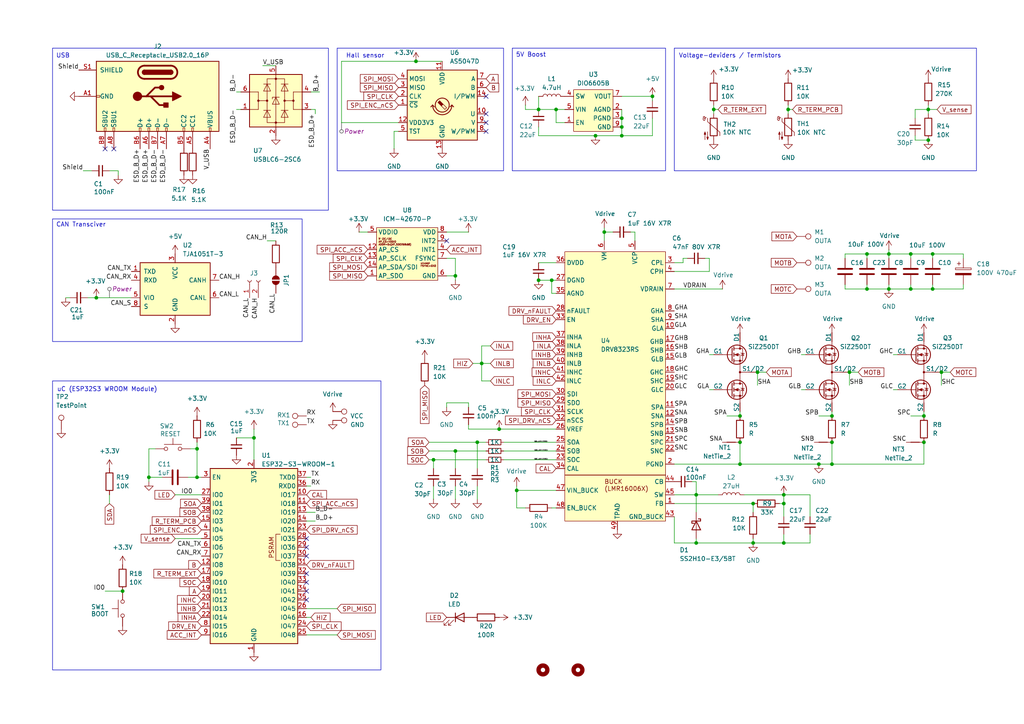
<source format=kicad_sch>
(kicad_sch
	(version 20231120)
	(generator "eeschema")
	(generator_version "8.0")
	(uuid "61527e19-2556-4103-af6a-a1f2e8aebbfc")
	(paper "A4")
	
	(junction
		(at 273.05 107.95)
		(diameter 0)
		(color 0 0 0 0)
		(uuid "0397b7ec-ca2e-4d7c-80bc-4658c9ad64da")
	)
	(junction
		(at 214.63 128.27)
		(diameter 0)
		(color 0 0 0 0)
		(uuid "0634f91f-f7fd-4a67-8527-54598e1b3186")
	)
	(junction
		(at 270.51 83.82)
		(diameter 0)
		(color 0 0 0 0)
		(uuid "0bb50e73-f6c1-4138-b7a8-0de14a265602")
	)
	(junction
		(at 132.08 80.01)
		(diameter 0)
		(color 0 0 0 0)
		(uuid "115d8113-52af-4618-be95-c93c2d4e12fd")
	)
	(junction
		(at 27.94 86.36)
		(diameter 0)
		(color 0 0 0 0)
		(uuid "11e90057-1b94-4ee4-aa74-eb7ca97f056a")
	)
	(junction
		(at 227.33 146.05)
		(diameter 0)
		(color 0 0 0 0)
		(uuid "17e416e9-2a01-4190-a151-db48b1b1293c")
	)
	(junction
		(at 214.63 120.65)
		(diameter 0)
		(color 0 0 0 0)
		(uuid "19c3c244-869c-4e6c-9779-ce4dc7c7c00d")
	)
	(junction
		(at 161.29 31.75)
		(diameter 0)
		(color 0 0 0 0)
		(uuid "1f12e6e0-f05d-49f6-8994-4b5084f7b1d5")
	)
	(junction
		(at 218.44 157.48)
		(diameter 0)
		(color 0 0 0 0)
		(uuid "211c7462-3735-4841-9c6a-2498a829332a")
	)
	(junction
		(at 227.33 157.48)
		(diameter 0)
		(color 0 0 0 0)
		(uuid "26101b5b-0b53-43e3-b2a4-e9753c5b86d9")
	)
	(junction
		(at 218.44 146.05)
		(diameter 0)
		(color 0 0 0 0)
		(uuid "2af2b415-851d-4dee-acc4-8c1d37f55004")
	)
	(junction
		(at 125.73 133.35)
		(diameter 0)
		(color 0 0 0 0)
		(uuid "2cfd6016-80fa-48b2-b6e3-2dc98749bf93")
	)
	(junction
		(at 57.15 138.43)
		(diameter 0)
		(color 0 0 0 0)
		(uuid "3a6340b0-ebde-45cd-93f8-4148dc4e6590")
	)
	(junction
		(at 246.38 107.95)
		(diameter 0)
		(color 0 0 0 0)
		(uuid "3e65267f-c0b7-43d3-956d-d9f1e49990d2")
	)
	(junction
		(at 139.7 105.41)
		(diameter 0)
		(color 0 0 0 0)
		(uuid "4953365e-e73f-4748-93dc-ef64c513e0a0")
	)
	(junction
		(at 35.56 171.45)
		(diameter 0)
		(color 0 0 0 0)
		(uuid "4a8d10f3-684e-4122-abd9-c4db5d62dad6")
	)
	(junction
		(at 267.97 120.65)
		(diameter 0)
		(color 0 0 0 0)
		(uuid "4cdb02b7-43b3-434c-b8f2-72548de4b741")
	)
	(junction
		(at 149.86 142.24)
		(diameter 0)
		(color 0 0 0 0)
		(uuid "51b5d669-54af-4c1a-9243-cd3bea59cdc3")
	)
	(junction
		(at 144.78 124.46)
		(diameter 0)
		(color 0 0 0 0)
		(uuid "593643c9-2581-4e5b-acef-b7bcc399b886")
	)
	(junction
		(at 156.21 81.28)
		(diameter 0)
		(color 0 0 0 0)
		(uuid "5a1cf80c-955c-4871-8195-dacb70161b58")
	)
	(junction
		(at 251.46 83.82)
		(diameter 0)
		(color 0 0 0 0)
		(uuid "5aa05344-028c-4ec2-8dd8-118d89923cb5")
	)
	(junction
		(at 219.71 107.95)
		(diameter 0)
		(color 0 0 0 0)
		(uuid "5b6aed1d-1f8d-4065-94a7-6a4a07be897f")
	)
	(junction
		(at 172.72 39.37)
		(diameter 0)
		(color 0 0 0 0)
		(uuid "5cf45758-5f37-4339-b8a1-8157409629f7")
	)
	(junction
		(at 267.97 128.27)
		(diameter 0)
		(color 0 0 0 0)
		(uuid "5dbf8551-3883-48f3-9a86-19dea04ec26e")
	)
	(junction
		(at 189.23 27.94)
		(diameter 0)
		(color 0 0 0 0)
		(uuid "62df8372-c2d4-4c14-b407-2a5f0c147034")
	)
	(junction
		(at 73.66 127)
		(diameter 0)
		(color 0 0 0 0)
		(uuid "671be447-7df0-4260-b6ff-ece6b464b211")
	)
	(junction
		(at 180.34 39.37)
		(diameter 0)
		(color 0 0 0 0)
		(uuid "6a47b1f5-898b-4789-bfa3-48e22b86e9ec")
	)
	(junction
		(at 201.93 143.51)
		(diameter 0)
		(color 0 0 0 0)
		(uuid "72e940d6-32e3-44bc-8dae-66c8c996c187")
	)
	(junction
		(at 270.51 73.66)
		(diameter 0)
		(color 0 0 0 0)
		(uuid "83c71ecf-cacc-463d-b1e6-e7c7ecc6a6f3")
	)
	(junction
		(at 207.01 31.75)
		(diameter 0)
		(color 0 0 0 0)
		(uuid "85c3527f-0613-4f22-b05f-784978630301")
	)
	(junction
		(at 57.15 130.175)
		(diameter 0)
		(color 0 0 0 0)
		(uuid "896e691e-af9a-4393-af52-0f7480011813")
	)
	(junction
		(at 180.34 36.83)
		(diameter 0)
		(color 0 0 0 0)
		(uuid "915a1d2e-c736-4903-b3ad-20e519cfd251")
	)
	(junction
		(at 264.16 83.82)
		(diameter 0)
		(color 0 0 0 0)
		(uuid "9518af15-a4d8-4d45-942c-ff9812e30013")
	)
	(junction
		(at 257.81 73.66)
		(diameter 0)
		(color 0 0 0 0)
		(uuid "95f33719-9f0b-4ddc-9471-c3c9c5b24a4f")
	)
	(junction
		(at 269.24 40.64)
		(diameter 0)
		(color 0 0 0 0)
		(uuid "973d4683-b7ea-4e5c-a6f3-cd1a6af5e9a6")
	)
	(junction
		(at 180.34 34.29)
		(diameter 0)
		(color 0 0 0 0)
		(uuid "9e6bb5e5-f254-471b-9e0e-a28cd3f478e4")
	)
	(junction
		(at 241.3 134.62)
		(diameter 0)
		(color 0 0 0 0)
		(uuid "a58529bd-f061-4ad9-ad27-64cb46bb1c4a")
	)
	(junction
		(at 269.24 31.75)
		(diameter 0)
		(color 0 0 0 0)
		(uuid "a6228a34-e5f9-4963-9f24-f99a62766710")
	)
	(junction
		(at 257.81 83.82)
		(diameter 0)
		(color 0 0 0 0)
		(uuid "a81e5768-7f59-4388-b894-3fd123ca3444")
	)
	(junction
		(at 156.21 31.75)
		(diameter 0)
		(color 0 0 0 0)
		(uuid "b6fde476-371a-46c0-bc92-2de43cb8c576")
	)
	(junction
		(at 214.63 134.62)
		(diameter 0)
		(color 0 0 0 0)
		(uuid "bf9d1884-85d1-495a-b8f2-904c080dd1a2")
	)
	(junction
		(at 227.33 143.51)
		(diameter 0)
		(color 0 0 0 0)
		(uuid "c1224f00-793d-47d8-ae35-797ce2c5d6be")
	)
	(junction
		(at 43.18 138.43)
		(diameter 0)
		(color 0 0 0 0)
		(uuid "c240a5e4-25a5-4952-9e64-f9ce81bddbe6")
	)
	(junction
		(at 228.6 31.75)
		(diameter 0)
		(color 0 0 0 0)
		(uuid "cac58f90-c156-47a1-8f2b-332ce42d5e41")
	)
	(junction
		(at 237.49 134.62)
		(diameter 0)
		(color 0 0 0 0)
		(uuid "cae3805f-9921-468e-b0e3-f2ab50ce01f2")
	)
	(junction
		(at 138.43 128.27)
		(diameter 0)
		(color 0 0 0 0)
		(uuid "ce17d290-3265-4b3e-a8cf-d6e2a6d08c21")
	)
	(junction
		(at 241.3 128.27)
		(diameter 0)
		(color 0 0 0 0)
		(uuid "d46e767d-7704-48c1-a5ad-b2c17eebeb64")
	)
	(junction
		(at 132.08 130.81)
		(diameter 0)
		(color 0 0 0 0)
		(uuid "d65aeea5-4182-40e4-a6f1-dac2731cdda5")
	)
	(junction
		(at 251.46 73.66)
		(diameter 0)
		(color 0 0 0 0)
		(uuid "d7b01327-25f4-4bcb-b337-45782293a378")
	)
	(junction
		(at 120.65 17.78)
		(diameter 0)
		(color 0 0 0 0)
		(uuid "d841e26f-abf0-4726-b67b-ab4ef5e294ae")
	)
	(junction
		(at 241.3 120.65)
		(diameter 0)
		(color 0 0 0 0)
		(uuid "e1591f83-994a-49b0-b948-6cde9f870912")
	)
	(junction
		(at 264.16 73.66)
		(diameter 0)
		(color 0 0 0 0)
		(uuid "ecb0c12d-373a-4679-9d6a-64ac7ac32eda")
	)
	(junction
		(at 175.26 67.31)
		(diameter 0)
		(color 0 0 0 0)
		(uuid "f2212503-ba0d-4379-9668-07e3ff6a8f54")
	)
	(junction
		(at 160.02 81.28)
		(diameter 0)
		(color 0 0 0 0)
		(uuid "f6d688b1-7472-4ae6-9730-20ff3d8f06f4")
	)
	(junction
		(at 201.93 157.48)
		(diameter 0)
		(color 0 0 0 0)
		(uuid "fcb2e09a-9fc9-432c-aa9d-6737c14dd3e6")
	)
	(no_connect
		(at 140.97 38.1)
		(uuid "0b2fc10b-b0bf-40d2-a22f-5ee961935b54")
	)
	(no_connect
		(at 140.97 35.56)
		(uuid "20467ca5-f2f7-4411-a35c-4c9eee8acf54")
	)
	(no_connect
		(at 88.9 156.21)
		(uuid "21b389bf-8544-4ab3-a6af-85dcec061312")
	)
	(no_connect
		(at 88.9 173.99)
		(uuid "251afa6e-a9d1-403b-aeff-f4b0a4576576")
	)
	(no_connect
		(at 88.9 168.91)
		(uuid "61f4fb37-3eb0-494a-9af1-0e95d0346d74")
	)
	(no_connect
		(at 129.54 69.85)
		(uuid "71344437-3b87-4b50-a216-c6ba97a47fb3")
	)
	(no_connect
		(at 88.9 158.75)
		(uuid "73d93d17-fc44-4448-b6fe-6e9ac6004424")
	)
	(no_connect
		(at 30.48 43.18)
		(uuid "92bb5834-73c4-4919-8454-1c2723dce2fc")
	)
	(no_connect
		(at 140.97 27.94)
		(uuid "a98c05ed-3720-4e02-ad8e-187e94c67eeb")
	)
	(no_connect
		(at 88.9 161.29)
		(uuid "ada70651-de70-40f7-954e-5002d2db60ca")
	)
	(no_connect
		(at 33.02 43.18)
		(uuid "aed5293d-dfb3-4aed-8a82-23faff8d1c3e")
	)
	(no_connect
		(at 88.9 171.45)
		(uuid "e090aef1-90b4-4f62-9c33-2322617bbdfc")
	)
	(no_connect
		(at 140.97 33.02)
		(uuid "f1224bc5-06a4-4046-9e87-998a27249675")
	)
	(no_connect
		(at 88.9 166.37)
		(uuid "fdd7f21f-3aa0-48c1-bf4a-ccbd57068997")
	)
	(wire
		(pts
			(xy 251.46 83.82) (xy 257.81 83.82)
		)
		(stroke
			(width 0)
			(type default)
		)
		(uuid "0023fa91-fc25-4674-98d4-fa7ecdd845ed")
	)
	(wire
		(pts
			(xy 97.79 184.15) (xy 88.9 184.15)
		)
		(stroke
			(width 0)
			(type default)
		)
		(uuid "011a5d79-3e4b-4425-8120-1a65eed59d42")
	)
	(wire
		(pts
			(xy 279.4 83.82) (xy 279.4 82.55)
		)
		(stroke
			(width 0)
			(type default)
		)
		(uuid "02399785-cf3a-4c27-bc42-2a1f92507cc4")
	)
	(wire
		(pts
			(xy 142.24 100.33) (xy 139.7 100.33)
		)
		(stroke
			(width 0)
			(type default)
		)
		(uuid "02be5661-f803-4d08-8298-99999d7979a2")
	)
	(wire
		(pts
			(xy 34.29 49.53) (xy 34.29 50.8)
		)
		(stroke
			(width 0)
			(type default)
		)
		(uuid "03a53043-347b-443c-bcb9-3b8e4fc834a0")
	)
	(wire
		(pts
			(xy 97.79 176.53) (xy 88.9 176.53)
		)
		(stroke
			(width 0)
			(type default)
		)
		(uuid "043b2b38-9be3-4631-9755-1969b406c865")
	)
	(wire
		(pts
			(xy 189.23 27.94) (xy 189.23 29.21)
		)
		(stroke
			(width 0)
			(type default)
		)
		(uuid "044e93da-b75d-4fe1-9ccc-0776ba600177")
	)
	(wire
		(pts
			(xy 205.74 74.93) (xy 205.74 78.74)
		)
		(stroke
			(width 0)
			(type default)
		)
		(uuid "06672801-f105-48ec-8636-7d9f4453f3c7")
	)
	(wire
		(pts
			(xy 132.08 74.93) (xy 132.08 80.01)
		)
		(stroke
			(width 0)
			(type default)
		)
		(uuid "0699321e-383e-42f9-869c-ff6623f5f626")
	)
	(wire
		(pts
			(xy 227.33 143.51) (xy 227.33 146.05)
		)
		(stroke
			(width 0)
			(type default)
		)
		(uuid "083b6962-58c5-4368-92df-443c7b178cf5")
	)
	(wire
		(pts
			(xy 160.02 147.32) (xy 161.29 147.32)
		)
		(stroke
			(width 0)
			(type default)
		)
		(uuid "086f5a7f-036a-443d-a599-39a88c93e930")
	)
	(wire
		(pts
			(xy 270.51 83.82) (xy 279.4 83.82)
		)
		(stroke
			(width 0)
			(type default)
		)
		(uuid "0bf16416-56b8-4a46-aee4-83ec5a9a0caa")
	)
	(wire
		(pts
			(xy 264.16 83.82) (xy 264.16 82.55)
		)
		(stroke
			(width 0)
			(type default)
		)
		(uuid "0c5309a2-f22f-473b-87e3-ec003e6b0cb5")
	)
	(wire
		(pts
			(xy 189.23 39.37) (xy 180.34 39.37)
		)
		(stroke
			(width 0)
			(type default)
		)
		(uuid "0de32eee-b1fb-4a3b-baaf-d4cf3169c26e")
	)
	(wire
		(pts
			(xy 90.17 179.07) (xy 88.9 179.07)
		)
		(stroke
			(width 0)
			(type default)
		)
		(uuid "0e000798-0b4f-4290-a002-c6ade454ebfb")
	)
	(wire
		(pts
			(xy 257.81 83.82) (xy 257.81 82.55)
		)
		(stroke
			(width 0)
			(type default)
		)
		(uuid "0ff71ec6-daa6-417e-ad74-711e61e9af7e")
	)
	(wire
		(pts
			(xy 234.95 157.48) (xy 227.33 157.48)
		)
		(stroke
			(width 0)
			(type default)
		)
		(uuid "108587d5-a458-4922-ac1d-576932457a00")
	)
	(wire
		(pts
			(xy 234.95 149.86) (xy 234.95 143.51)
		)
		(stroke
			(width 0)
			(type default)
		)
		(uuid "132dbce9-9249-443d-b5b3-5c0dfb37af9e")
	)
	(wire
		(pts
			(xy 246.38 107.95) (xy 246.38 111.76)
		)
		(stroke
			(width 0)
			(type default)
		)
		(uuid "1365553e-510d-499e-9486-7cc34328dfb8")
	)
	(wire
		(pts
			(xy 259.08 102.87) (xy 260.35 102.87)
		)
		(stroke
			(width 0)
			(type default)
		)
		(uuid "13a4e963-0594-4b9b-87b3-57fca33144c1")
	)
	(wire
		(pts
			(xy 91.44 33.02) (xy 91.44 31.75)
		)
		(stroke
			(width 0)
			(type default)
		)
		(uuid "156d26ff-5497-454b-b8a6-198d32f27973")
	)
	(wire
		(pts
			(xy 214.63 128.27) (xy 214.63 134.62)
		)
		(stroke
			(width 0)
			(type default)
		)
		(uuid "18a8c47c-be01-4c87-ab30-608c31cc4353")
	)
	(wire
		(pts
			(xy 129.54 118.11) (xy 129.54 116.84)
		)
		(stroke
			(width 0)
			(type default)
		)
		(uuid "18d75c01-e5d4-4507-b4bc-613031109c08")
	)
	(wire
		(pts
			(xy 160.02 81.28) (xy 160.02 85.09)
		)
		(stroke
			(width 0)
			(type default)
		)
		(uuid "18ee7d1f-d2b8-4ae5-a1a4-a3e2a989c744")
	)
	(wire
		(pts
			(xy 129.54 80.01) (xy 132.08 80.01)
		)
		(stroke
			(width 0)
			(type default)
		)
		(uuid "1987412e-d632-462a-b91b-be771913f21d")
	)
	(wire
		(pts
			(xy 135.89 116.84) (xy 135.89 118.11)
		)
		(stroke
			(width 0)
			(type default)
		)
		(uuid "1be4c169-afd6-4dc3-aa26-203f95f2e2e0")
	)
	(wire
		(pts
			(xy 114.3 38.1) (xy 114.3 43.18)
		)
		(stroke
			(width 0)
			(type default)
		)
		(uuid "1dec9108-99b6-4fc5-85d7-d54f12995f67")
	)
	(wire
		(pts
			(xy 129.54 116.84) (xy 135.89 116.84)
		)
		(stroke
			(width 0)
			(type default)
		)
		(uuid "1ef15a4a-fefe-4ab5-8a6e-435a6d445150")
	)
	(wire
		(pts
			(xy 195.58 76.2) (xy 198.12 76.2)
		)
		(stroke
			(width 0)
			(type default)
		)
		(uuid "1f52c2f2-758d-47ad-b55d-739484ce21cc")
	)
	(wire
		(pts
			(xy 264.16 83.82) (xy 270.51 83.82)
		)
		(stroke
			(width 0)
			(type default)
		)
		(uuid "2014b7e5-2955-440a-b2f8-cb557845122f")
	)
	(wire
		(pts
			(xy 175.26 67.31) (xy 177.8 67.31)
		)
		(stroke
			(width 0)
			(type default)
		)
		(uuid "21921f70-d1da-4e09-930b-fb9f14925f88")
	)
	(wire
		(pts
			(xy 184.15 67.31) (xy 184.15 69.85)
		)
		(stroke
			(width 0)
			(type default)
		)
		(uuid "229dd84a-09aa-4fb2-bc9b-b320fd2456d9")
	)
	(wire
		(pts
			(xy 228.6 30.48) (xy 228.6 31.75)
		)
		(stroke
			(width 0)
			(type default)
		)
		(uuid "22b53faf-6deb-4e3e-9ebf-83349e801a7c")
	)
	(wire
		(pts
			(xy 175.26 67.31) (xy 175.26 69.85)
		)
		(stroke
			(width 0)
			(type default)
		)
		(uuid "241890ec-3084-4961-9de6-d1ab385e1abc")
	)
	(wire
		(pts
			(xy 91.44 151.13) (xy 88.9 151.13)
		)
		(stroke
			(width 0)
			(type default)
		)
		(uuid "2431546a-3d1d-4144-847a-51929e5b33a4")
	)
	(wire
		(pts
			(xy 182.88 67.31) (xy 184.15 67.31)
		)
		(stroke
			(width 0)
			(type default)
		)
		(uuid "249ea630-43fe-4b59-9b9b-411d9360f2b0")
	)
	(wire
		(pts
			(xy 234.95 143.51) (xy 227.33 143.51)
		)
		(stroke
			(width 0)
			(type default)
		)
		(uuid "24e41f31-8000-46b0-96a4-39634b63b2ca")
	)
	(wire
		(pts
			(xy 43.18 130.175) (xy 43.18 138.43)
		)
		(stroke
			(width 0)
			(type default)
		)
		(uuid "25552927-ff46-4e4c-a97a-5ecab71cd9eb")
	)
	(wire
		(pts
			(xy 135.89 123.19) (xy 135.89 124.46)
		)
		(stroke
			(width 0)
			(type default)
		)
		(uuid "27272e84-7f0e-4353-a346-290371e68c04")
	)
	(wire
		(pts
			(xy 132.08 135.89) (xy 132.08 130.81)
		)
		(stroke
			(width 0)
			(type default)
		)
		(uuid "286396ee-3788-4771-b192-a74701a20357")
	)
	(wire
		(pts
			(xy 214.63 120.65) (xy 214.63 119.38)
		)
		(stroke
			(width 0)
			(type default)
		)
		(uuid "2b2af486-7486-47da-96f1-c2d05f60b703")
	)
	(wire
		(pts
			(xy 163.83 35.56) (xy 161.29 35.56)
		)
		(stroke
			(width 0)
			(type default)
		)
		(uuid "2b7b2e0c-3a19-4df6-8928-970ae75f907d")
	)
	(wire
		(pts
			(xy 237.49 134.62) (xy 241.3 134.62)
		)
		(stroke
			(width 0)
			(type default)
		)
		(uuid "2cd4e412-d39c-4680-8482-d672658e1124")
	)
	(wire
		(pts
			(xy 241.3 128.27) (xy 241.3 134.62)
		)
		(stroke
			(width 0)
			(type default)
		)
		(uuid "2d5e46b0-0455-453a-9a0a-774532d90479")
	)
	(wire
		(pts
			(xy 50.8 156.21) (xy 58.42 156.21)
		)
		(stroke
			(width 0)
			(type default)
		)
		(uuid "313ac65a-1bb8-43c3-980d-08a616c912a8")
	)
	(wire
		(pts
			(xy 73.66 127) (xy 73.66 133.35)
		)
		(stroke
			(width 0)
			(type default)
		)
		(uuid "31a822d6-14ce-4f29-b467-47e49e7c00b9")
	)
	(wire
		(pts
			(xy 219.71 107.95) (xy 219.71 111.76)
		)
		(stroke
			(width 0)
			(type default)
		)
		(uuid "3239172c-f328-438e-bae8-9f99350c8d81")
	)
	(wire
		(pts
			(xy 195.58 134.62) (xy 214.63 134.62)
		)
		(stroke
			(width 0)
			(type default)
		)
		(uuid "352a52b0-a05f-4362-b850-22fac450cb0b")
	)
	(wire
		(pts
			(xy 91.44 148.59) (xy 88.9 148.59)
		)
		(stroke
			(width 0)
			(type default)
		)
		(uuid "35b54aa2-84f8-4cca-83bd-30b267063e1e")
	)
	(wire
		(pts
			(xy 264.16 120.65) (xy 267.97 120.65)
		)
		(stroke
			(width 0)
			(type default)
		)
		(uuid "360362bf-2e46-4eaf-a44b-edc87c60ecfd")
	)
	(wire
		(pts
			(xy 138.43 128.27) (xy 140.97 128.27)
		)
		(stroke
			(width 0)
			(type default)
		)
		(uuid "39499314-ce31-4bc9-b633-cd4d8191eaf6")
	)
	(wire
		(pts
			(xy 138.43 128.27) (xy 138.43 135.89)
		)
		(stroke
			(width 0)
			(type default)
		)
		(uuid "3b02e597-d4ed-42b0-ba3c-b933cabf679e")
	)
	(wire
		(pts
			(xy 31.75 49.53) (xy 34.29 49.53)
		)
		(stroke
			(width 0)
			(type default)
		)
		(uuid "3b037d17-1c6a-464d-8330-def05a88e58e")
	)
	(wire
		(pts
			(xy 146.05 133.35) (xy 161.29 133.35)
		)
		(stroke
			(width 0)
			(type default)
		)
		(uuid "3d814851-48a3-432a-baf5-fd91d68f0148")
	)
	(wire
		(pts
			(xy 269.24 33.02) (xy 269.24 31.75)
		)
		(stroke
			(width 0)
			(type default)
		)
		(uuid "3df087e6-6f29-4b42-9fbf-3e5d57bed7ba")
	)
	(wire
		(pts
			(xy 246.38 107.95) (xy 248.92 107.95)
		)
		(stroke
			(width 0)
			(type default)
		)
		(uuid "3e8e5072-67bc-4e98-904d-733d711569bb")
	)
	(wire
		(pts
			(xy 195.58 143.51) (xy 201.93 143.51)
		)
		(stroke
			(width 0)
			(type default)
		)
		(uuid "3edef3bc-f9dd-47e8-9025-5198710296cd")
	)
	(wire
		(pts
			(xy 43.18 130.175) (xy 45.085 130.175)
		)
		(stroke
			(width 0)
			(type default)
		)
		(uuid "40be994a-77eb-42d6-ba72-d94b5d1d31f9")
	)
	(wire
		(pts
			(xy 156.21 39.37) (xy 172.72 39.37)
		)
		(stroke
			(width 0)
			(type default)
		)
		(uuid "422f9d61-36a9-41f6-99e6-e20ffb41364a")
	)
	(wire
		(pts
			(xy 55.245 130.175) (xy 57.15 130.175)
		)
		(stroke
			(width 0)
			(type default)
		)
		(uuid "4549d210-f376-4bc9-8dad-a8f64f085982")
	)
	(wire
		(pts
			(xy 156.21 36.83) (xy 156.21 39.37)
		)
		(stroke
			(width 0)
			(type default)
		)
		(uuid "488ed74f-48fb-4651-aed2-da784ccb6ee2")
	)
	(wire
		(pts
			(xy 245.11 83.82) (xy 245.11 82.55)
		)
		(stroke
			(width 0)
			(type default)
		)
		(uuid "493ada15-5bd9-4fb1-9ade-d3a0c87b5b1b")
	)
	(wire
		(pts
			(xy 195.58 83.82) (xy 209.55 83.82)
		)
		(stroke
			(width 0)
			(type default)
		)
		(uuid "49c357f5-07de-4bd7-a6b4-c52c73d41390")
	)
	(wire
		(pts
			(xy 43.18 138.43) (xy 46.99 138.43)
		)
		(stroke
			(width 0)
			(type default)
		)
		(uuid "4b0d0e63-c074-4c4a-a31d-707f2966482f")
	)
	(wire
		(pts
			(xy 245.11 73.66) (xy 251.46 73.66)
		)
		(stroke
			(width 0)
			(type default)
		)
		(uuid "4ca51d73-c805-4011-889a-ea930a38b272")
	)
	(wire
		(pts
			(xy 137.16 105.41) (xy 139.7 105.41)
		)
		(stroke
			(width 0)
			(type default)
		)
		(uuid "4d78f852-e4d1-4dc2-a1db-101c6ea42d1d")
	)
	(wire
		(pts
			(xy 68.58 26.67) (xy 69.85 26.67)
		)
		(stroke
			(width 0)
			(type default)
		)
		(uuid "4ffaba3b-c1d0-443a-be22-0dc686904689")
	)
	(wire
		(pts
			(xy 180.34 39.37) (xy 180.34 36.83)
		)
		(stroke
			(width 0)
			(type default)
		)
		(uuid "51929ee4-f724-4493-88c4-09a52db2a031")
	)
	(wire
		(pts
			(xy 135.89 124.46) (xy 144.78 124.46)
		)
		(stroke
			(width 0)
			(type default)
		)
		(uuid "51b32f4a-46de-482e-ac26-8f7219840313")
	)
	(wire
		(pts
			(xy 180.34 27.94) (xy 189.23 27.94)
		)
		(stroke
			(width 0)
			(type default)
		)
		(uuid "52ff8145-23d7-4f33-be08-d92ff6d8b960")
	)
	(wire
		(pts
			(xy 132.08 130.81) (xy 124.46 130.81)
		)
		(stroke
			(width 0)
			(type default)
		)
		(uuid "57b85ff9-d518-4a4e-a249-232a442c2ec9")
	)
	(wire
		(pts
			(xy 205.74 78.74) (xy 195.58 78.74)
		)
		(stroke
			(width 0)
			(type default)
		)
		(uuid "582c2de0-7b90-477c-a4e1-8715f46525f9")
	)
	(wire
		(pts
			(xy 257.81 73.66) (xy 264.16 73.66)
		)
		(stroke
			(width 0)
			(type default)
		)
		(uuid "58a6b3aa-8ac2-4105-933b-5fa9bfcd31ff")
	)
	(wire
		(pts
			(xy 189.23 34.29) (xy 189.23 39.37)
		)
		(stroke
			(width 0)
			(type default)
		)
		(uuid "5907bbca-3a63-4d12-9202-bc4e6172b1f9")
	)
	(wire
		(pts
			(xy 226.06 146.05) (xy 227.33 146.05)
		)
		(stroke
			(width 0)
			(type default)
		)
		(uuid "5cc05397-b382-418b-a866-48ed5b04c668")
	)
	(wire
		(pts
			(xy 156.21 76.2) (xy 161.29 76.2)
		)
		(stroke
			(width 0)
			(type default)
		)
		(uuid "5e028161-c6b0-487b-8a12-7555677b3dfe")
	)
	(wire
		(pts
			(xy 241.3 134.62) (xy 267.97 134.62)
		)
		(stroke
			(width 0)
			(type default)
		)
		(uuid "5f9a75f0-b40d-4cb8-a127-deda52cc5d2e")
	)
	(wire
		(pts
			(xy 275.59 107.95) (xy 273.05 107.95)
		)
		(stroke
			(width 0)
			(type default)
		)
		(uuid "60e4b5ba-8946-4920-8ad9-52141f6a7fb3")
	)
	(wire
		(pts
			(xy 144.78 124.46) (xy 161.29 124.46)
		)
		(stroke
			(width 0)
			(type default)
		)
		(uuid "63fb89c8-e842-47ec-ae6a-f9890685f1b5")
	)
	(wire
		(pts
			(xy 99.06 17.78) (xy 99.06 35.56)
		)
		(stroke
			(width 0)
			(type default)
		)
		(uuid "64bf74ea-2810-472e-84ba-74b2c3c7dbe4")
	)
	(wire
		(pts
			(xy 68.58 127) (xy 73.66 127)
		)
		(stroke
			(width 0)
			(type default)
		)
		(uuid "66085653-3f93-4f80-af60-b3ecdbbb4c28")
	)
	(wire
		(pts
			(xy 142.24 110.49) (xy 139.7 110.49)
		)
		(stroke
			(width 0)
			(type default)
		)
		(uuid "68584cea-a3fe-4718-9754-3379fcca38bd")
	)
	(wire
		(pts
			(xy 205.74 102.87) (xy 207.01 102.87)
		)
		(stroke
			(width 0)
			(type default)
		)
		(uuid "6939d6bb-a446-4d47-a6c1-e051e12a1198")
	)
	(wire
		(pts
			(xy 77.47 69.85) (xy 80.01 69.85)
		)
		(stroke
			(width 0)
			(type default)
		)
		(uuid "6959912c-64fa-4050-9e8e-09a47d9cb85a")
	)
	(wire
		(pts
			(xy 265.43 39.37) (xy 265.43 40.64)
		)
		(stroke
			(width 0)
			(type default)
		)
		(uuid "6a685534-d461-4050-8d02-44acb5a1c263")
	)
	(wire
		(pts
			(xy 201.93 157.48) (xy 201.93 156.21)
		)
		(stroke
			(width 0)
			(type default)
		)
		(uuid "6b829803-2c68-4525-9fa2-f9633c05895b")
	)
	(wire
		(pts
			(xy 125.73 133.35) (xy 140.97 133.35)
		)
		(stroke
			(width 0)
			(type default)
		)
		(uuid "6cef0e85-7259-40be-be80-cb6a812510f0")
	)
	(wire
		(pts
			(xy 135.89 67.31) (xy 129.54 67.31)
		)
		(stroke
			(width 0)
			(type default)
		)
		(uuid "6d9e7700-d67a-46f6-a61b-65c2c03a448c")
	)
	(wire
		(pts
			(xy 125.73 140.97) (xy 125.73 144.78)
		)
		(stroke
			(width 0)
			(type default)
		)
		(uuid "6f3d197e-6761-41ee-8be7-095c68d7f55b")
	)
	(wire
		(pts
			(xy 207.01 31.75) (xy 207.01 33.02)
		)
		(stroke
			(width 0)
			(type default)
		)
		(uuid "70f96ed4-049b-4c1b-9632-f67e25667ea0")
	)
	(wire
		(pts
			(xy 156.21 81.28) (xy 160.02 81.28)
		)
		(stroke
			(width 0)
			(type default)
		)
		(uuid "76dfef7e-01f2-4e4f-a3a3-f1fba4f05c6f")
	)
	(wire
		(pts
			(xy 43.18 138.43) (xy 43.18 139.7)
		)
		(stroke
			(width 0)
			(type default)
		)
		(uuid "79e013f3-9947-4243-b10f-bdd496e8c793")
	)
	(wire
		(pts
			(xy 241.3 120.65) (xy 241.3 119.38)
		)
		(stroke
			(width 0)
			(type default)
		)
		(uuid "7ab1206b-8290-4eda-8340-15c7a9c2775e")
	)
	(wire
		(pts
			(xy 104.14 67.31) (xy 106.68 67.31)
		)
		(stroke
			(width 0)
			(type default)
		)
		(uuid "7bd507fe-22b4-415a-930c-3d5309d1a946")
	)
	(wire
		(pts
			(xy 201.93 143.51) (xy 208.28 143.51)
		)
		(stroke
			(width 0)
			(type default)
		)
		(uuid "7cfda0e8-0a24-4fff-bf81-5ab291093829")
	)
	(wire
		(pts
			(xy 267.97 128.27) (xy 267.97 134.62)
		)
		(stroke
			(width 0)
			(type default)
		)
		(uuid "7d7f14b6-83c2-4989-b27f-cd658b6eb11d")
	)
	(wire
		(pts
			(xy 125.73 133.35) (xy 124.46 133.35)
		)
		(stroke
			(width 0)
			(type default)
		)
		(uuid "8103f168-84ed-481d-8100-17cc14df118e")
	)
	(wire
		(pts
			(xy 161.29 31.75) (xy 163.83 31.75)
		)
		(stroke
			(width 0)
			(type default)
		)
		(uuid "81ec38c3-f7b0-4ccc-9967-4d4f1cc22849")
	)
	(wire
		(pts
			(xy 232.41 102.87) (xy 233.68 102.87)
		)
		(stroke
			(width 0)
			(type default)
		)
		(uuid "8212911f-ed41-4e78-9eaa-bb8e0fa9b291")
	)
	(wire
		(pts
			(xy 138.43 140.97) (xy 138.43 144.78)
		)
		(stroke
			(width 0)
			(type default)
		)
		(uuid "8333a854-ac0e-4220-b7ea-1c2434fbe9b5")
	)
	(wire
		(pts
			(xy 27.94 86.36) (xy 38.1 86.36)
		)
		(stroke
			(width 0)
			(type default)
		)
		(uuid "8371ff55-74c5-4b50-97f0-5c291647fe81")
	)
	(wire
		(pts
			(xy 152.4 30.48) (xy 152.4 31.75)
		)
		(stroke
			(width 0)
			(type default)
		)
		(uuid "83a9654f-2fe3-492b-a461-e2c91966629b")
	)
	(wire
		(pts
			(xy 195.58 157.48) (xy 201.93 157.48)
		)
		(stroke
			(width 0)
			(type default)
		)
		(uuid "83c8fe8c-9c3b-490e-b425-4f3030d63b9d")
	)
	(wire
		(pts
			(xy 88.9 140.97) (xy 90.17 140.97)
		)
		(stroke
			(width 0)
			(type default)
		)
		(uuid "85367b86-3d24-47f1-897b-1734bbb6e28e")
	)
	(wire
		(pts
			(xy 114.3 38.1) (xy 115.57 38.1)
		)
		(stroke
			(width 0)
			(type default)
		)
		(uuid "86b3713b-2829-454a-8de0-99257c8c7bab")
	)
	(wire
		(pts
			(xy 195.58 157.48) (xy 195.58 149.86)
		)
		(stroke
			(width 0)
			(type default)
		)
		(uuid "87ef8fb0-fa72-458b-9632-1f13c44307c3")
	)
	(wire
		(pts
			(xy 257.81 72.39) (xy 257.81 73.66)
		)
		(stroke
			(width 0)
			(type default)
		)
		(uuid "88ebcec4-a624-405d-8d7f-6c33f2712a37")
	)
	(wire
		(pts
			(xy 265.43 40.64) (xy 269.24 40.64)
		)
		(stroke
			(width 0)
			(type default)
		)
		(uuid "896b32bf-cc2a-4a06-ba26-2faec2990fea")
	)
	(wire
		(pts
			(xy 271.78 31.75) (xy 269.24 31.75)
		)
		(stroke
			(width 0)
			(type default)
		)
		(uuid "8a6a9fd7-0837-49b3-9c4c-22d92bcceb45")
	)
	(wire
		(pts
			(xy 132.08 140.97) (xy 132.08 144.78)
		)
		(stroke
			(width 0)
			(type default)
		)
		(uuid "8e26ec5e-010b-4f62-a532-8910e20dfdb7")
	)
	(wire
		(pts
			(xy 68.58 31.75) (xy 69.85 31.75)
		)
		(stroke
			(width 0)
			(type default)
		)
		(uuid "8f09fd79-f802-41a4-bedd-0c7f8d6326dd")
	)
	(wire
		(pts
			(xy 215.9 143.51) (xy 227.33 143.51)
		)
		(stroke
			(width 0)
			(type default)
		)
		(uuid "8f7adad8-ca65-4899-8423-394d3b880284")
	)
	(wire
		(pts
			(xy 24.13 49.53) (xy 26.67 49.53)
		)
		(stroke
			(width 0)
			(type default)
		)
		(uuid "9025d658-a359-4854-a0c6-a6160ee6ea6d")
	)
	(wire
		(pts
			(xy 156.21 31.75) (xy 161.29 31.75)
		)
		(stroke
			(width 0)
			(type default)
		)
		(uuid "910b7f06-fed8-4804-aac7-8f93d7902abb")
	)
	(wire
		(pts
			(xy 265.43 31.75) (xy 269.24 31.75)
		)
		(stroke
			(width 0)
			(type default)
		)
		(uuid "91a45817-9fce-4213-b2bc-8ebd3024e1a0")
	)
	(wire
		(pts
			(xy 160.02 81.28) (xy 161.29 81.28)
		)
		(stroke
			(width 0)
			(type default)
		)
		(uuid "933bd77c-0ad7-4fd9-a162-84e4c700dcd9")
	)
	(wire
		(pts
			(xy 195.58 146.05) (xy 218.44 146.05)
		)
		(stroke
			(width 0)
			(type default)
		)
		(uuid "933d9815-4008-4442-8062-036cc373ed9c")
	)
	(wire
		(pts
			(xy 204.47 74.93) (xy 205.74 74.93)
		)
		(stroke
			(width 0)
			(type default)
		)
		(uuid "939f944b-5802-482e-8415-d522c9b7d79d")
	)
	(wire
		(pts
			(xy 251.46 73.66) (xy 257.81 73.66)
		)
		(stroke
			(width 0)
			(type default)
		)
		(uuid "9545f2ce-48e9-472d-8ed3-f0e17e58df46")
	)
	(wire
		(pts
			(xy 210.82 120.65) (xy 214.63 120.65)
		)
		(stroke
			(width 0)
			(type default)
		)
		(uuid "970a34d6-31d9-4f15-b645-2fbde8aa5673")
	)
	(wire
		(pts
			(xy 264.16 73.66) (xy 270.51 73.66)
		)
		(stroke
			(width 0)
			(type default)
		)
		(uuid "99547f1d-af51-4d31-bb2a-45ccbf19b67d")
	)
	(wire
		(pts
			(xy 124.46 128.27) (xy 138.43 128.27)
		)
		(stroke
			(width 0)
			(type default)
		)
		(uuid "99587cc0-6319-4dba-918a-fe8a812f34ca")
	)
	(wire
		(pts
			(xy 88.9 138.43) (xy 90.17 138.43)
		)
		(stroke
			(width 0)
			(type default)
		)
		(uuid "99f57b2a-8dcc-4258-850f-b3faa750a11f")
	)
	(wire
		(pts
			(xy 180.34 34.29) (xy 180.34 31.75)
		)
		(stroke
			(width 0)
			(type default)
		)
		(uuid "9a29affb-46d1-4256-b53d-bec77cfdcd10")
	)
	(wire
		(pts
			(xy 279.4 73.66) (xy 279.4 74.93)
		)
		(stroke
			(width 0)
			(type default)
		)
		(uuid "9b915910-f4b2-426d-8145-2819fa2c4796")
	)
	(wire
		(pts
			(xy 175.26 66.04) (xy 175.26 67.31)
		)
		(stroke
			(width 0)
			(type default)
		)
		(uuid "9da758bf-79e4-49ba-8a6c-5d34454e9961")
	)
	(wire
		(pts
			(xy 270.51 73.66) (xy 279.4 73.66)
		)
		(stroke
			(width 0)
			(type default)
		)
		(uuid "9f7d72b7-785e-4b3a-ad2c-d379b4107228")
	)
	(wire
		(pts
			(xy 92.71 26.67) (xy 90.17 26.67)
		)
		(stroke
			(width 0)
			(type default)
		)
		(uuid "a11842e9-9cfd-481b-bd53-3a499f5b0a00")
	)
	(wire
		(pts
			(xy 99.06 35.56) (xy 115.57 35.56)
		)
		(stroke
			(width 0)
			(type default)
		)
		(uuid "a1d42ee3-5def-4e07-bade-a6560e7f9b8e")
	)
	(wire
		(pts
			(xy 139.7 110.49) (xy 139.7 105.41)
		)
		(stroke
			(width 0)
			(type default)
		)
		(uuid "a3209d69-e3bb-4cf2-8a8d-ec2521a390fd")
	)
	(wire
		(pts
			(xy 227.33 146.05) (xy 227.33 149.86)
		)
		(stroke
			(width 0)
			(type default)
		)
		(uuid "a4498da6-ed85-4c9b-8e6c-dd4adf264e13")
	)
	(wire
		(pts
			(xy 57.15 128.27) (xy 57.15 130.175)
		)
		(stroke
			(width 0)
			(type default)
		)
		(uuid "a4a08e94-56e1-4eb3-ab7b-2da7b729bc4f")
	)
	(wire
		(pts
			(xy 245.11 74.93) (xy 245.11 73.66)
		)
		(stroke
			(width 0)
			(type default)
		)
		(uuid "a54db69c-fe8a-402d-9f49-5fd9842b1ede")
	)
	(wire
		(pts
			(xy 251.46 73.66) (xy 251.46 74.93)
		)
		(stroke
			(width 0)
			(type default)
		)
		(uuid "a5a0cea1-d57e-4592-9d8e-b2b13e08443d")
	)
	(wire
		(pts
			(xy 146.05 130.81) (xy 161.29 130.81)
		)
		(stroke
			(width 0)
			(type default)
		)
		(uuid "a6256943-225c-463a-ba0f-2d145800da22")
	)
	(wire
		(pts
			(xy 198.12 76.2) (xy 198.12 74.93)
		)
		(stroke
			(width 0)
			(type default)
		)
		(uuid "a637f015-cd8b-447f-b608-4dcf60b9f8b2")
	)
	(wire
		(pts
			(xy 265.43 34.29) (xy 265.43 31.75)
		)
		(stroke
			(width 0)
			(type default)
		)
		(uuid "ab82b066-2592-4b91-958e-1a2b1dcb807d")
	)
	(wire
		(pts
			(xy 91.44 31.75) (xy 90.17 31.75)
		)
		(stroke
			(width 0)
			(type default)
		)
		(uuid "aea742dd-ca95-4e13-8033-ee1da586a771")
	)
	(wire
		(pts
			(xy 132.08 80.01) (xy 132.08 81.28)
		)
		(stroke
			(width 0)
			(type default)
		)
		(uuid "b11bb6d3-7e8a-4c01-92c4-cf62881d0fc0")
	)
	(wire
		(pts
			(xy 218.44 157.48) (xy 227.33 157.48)
		)
		(stroke
			(width 0)
			(type default)
		)
		(uuid "b1f659de-0df7-489a-b6fa-fba70471e99f")
	)
	(wire
		(pts
			(xy 73.66 124.46) (xy 73.66 127)
		)
		(stroke
			(width 0)
			(type default)
		)
		(uuid "b30173bf-58c5-444f-8109-639213e6f125")
	)
	(wire
		(pts
			(xy 201.93 139.7) (xy 200.66 139.7)
		)
		(stroke
			(width 0)
			(type default)
		)
		(uuid "b3626da6-c128-4cae-b584-731fad18b117")
	)
	(wire
		(pts
			(xy 208.28 31.75) (xy 207.01 31.75)
		)
		(stroke
			(width 0)
			(type default)
		)
		(uuid "b376fd8c-5f45-4970-b544-bff1a248fbe0")
	)
	(wire
		(pts
			(xy 99.06 17.78) (xy 120.65 17.78)
		)
		(stroke
			(width 0)
			(type default)
		)
		(uuid "b4e90887-fd1f-42ac-9354-32374163f799")
	)
	(wire
		(pts
			(xy 270.51 83.82) (xy 270.51 82.55)
		)
		(stroke
			(width 0)
			(type default)
		)
		(uuid "b79a512f-54bd-455d-8ed6-05149c0c4ec4")
	)
	(wire
		(pts
			(xy 237.49 120.65) (xy 241.3 120.65)
		)
		(stroke
			(width 0)
			(type default)
		)
		(uuid "b8e8dd65-6e0b-42da-b4e2-f06087a52458")
	)
	(wire
		(pts
			(xy 232.41 113.03) (xy 233.68 113.03)
		)
		(stroke
			(width 0)
			(type default)
		)
		(uuid "ba3a7361-4c1c-45a1-bf46-2835f2105d92")
	)
	(wire
		(pts
			(xy 234.95 154.94) (xy 234.95 157.48)
		)
		(stroke
			(width 0)
			(type default)
		)
		(uuid "ba8caf54-4013-46a8-b50d-9806ec005d07")
	)
	(wire
		(pts
			(xy 228.6 31.75) (xy 228.6 33.02)
		)
		(stroke
			(width 0)
			(type default)
		)
		(uuid "bc5d90eb-ff10-4fdc-ab98-b88ce155668a")
	)
	(wire
		(pts
			(xy 218.44 157.48) (xy 218.44 156.21)
		)
		(stroke
			(width 0)
			(type default)
		)
		(uuid "bd12054a-642d-4adf-b729-2d1f84a44558")
	)
	(wire
		(pts
			(xy 156.21 27.94) (xy 156.21 31.75)
		)
		(stroke
			(width 0)
			(type default)
		)
		(uuid "bf6725da-7718-4c3b-970c-73b95b65e55c")
	)
	(wire
		(pts
			(xy 180.34 36.83) (xy 180.34 34.29)
		)
		(stroke
			(width 0)
			(type default)
		)
		(uuid "c0fddb89-22a5-4e33-9f02-cbfce21c4fa6")
	)
	(wire
		(pts
			(xy 207.01 30.48) (xy 207.01 31.75)
		)
		(stroke
			(width 0)
			(type default)
		)
		(uuid "c10796c5-0e5c-43b7-8bde-ca8c041d2459")
	)
	(wire
		(pts
			(xy 245.11 83.82) (xy 251.46 83.82)
		)
		(stroke
			(width 0)
			(type default)
		)
		(uuid "c1feaa95-35c8-43c2-a386-35b8f865f0ec")
	)
	(wire
		(pts
			(xy 139.7 105.41) (xy 142.24 105.41)
		)
		(stroke
			(width 0)
			(type default)
		)
		(uuid "c21ed720-73a0-4b6d-8487-f09f398bb1de")
	)
	(wire
		(pts
			(xy 149.86 140.97) (xy 149.86 142.24)
		)
		(stroke
			(width 0)
			(type default)
		)
		(uuid "c3700901-eb7e-4fd8-be77-a7ca370659ee")
	)
	(wire
		(pts
			(xy 227.33 154.94) (xy 227.33 157.48)
		)
		(stroke
			(width 0)
			(type default)
		)
		(uuid "c497c688-434f-4845-a760-523ae1880b8b")
	)
	(wire
		(pts
			(xy 132.08 130.81) (xy 140.97 130.81)
		)
		(stroke
			(width 0)
			(type default)
		)
		(uuid "c92c6140-4ffc-4b31-a3c2-d9e682fc1ae9")
	)
	(wire
		(pts
			(xy 125.73 135.89) (xy 125.73 133.35)
		)
		(stroke
			(width 0)
			(type default)
		)
		(uuid "c99a1ca2-8d85-4abf-80ef-3fbb5c33f5f6")
	)
	(wire
		(pts
			(xy 269.24 30.48) (xy 269.24 31.75)
		)
		(stroke
			(width 0)
			(type default)
		)
		(uuid "cdeaf8b4-6dd3-4b58-958a-15ab23a29e81")
	)
	(wire
		(pts
			(xy 205.74 113.03) (xy 207.01 113.03)
		)
		(stroke
			(width 0)
			(type default)
		)
		(uuid "cf6cdc1a-e792-4c00-a975-a5ba2f23b679")
	)
	(wire
		(pts
			(xy 228.6 31.75) (xy 229.87 31.75)
		)
		(stroke
			(width 0)
			(type default)
		)
		(uuid "d05e4fb0-1ecd-4d5a-ad8d-2463df77d318")
	)
	(wire
		(pts
			(xy 129.54 74.93) (xy 132.08 74.93)
		)
		(stroke
			(width 0)
			(type default)
		)
		(uuid "d3a7b6a7-16d0-4479-963a-6bcf75fe181f")
	)
	(wire
		(pts
			(xy 57.15 138.43) (xy 58.42 138.43)
		)
		(stroke
			(width 0)
			(type default)
		)
		(uuid "d4c31d4f-75f5-4063-a2ae-636a0ab1e2b4")
	)
	(wire
		(pts
			(xy 19.05 86.36) (xy 20.32 86.36)
		)
		(stroke
			(width 0)
			(type default)
		)
		(uuid "d69adecb-caec-424e-a880-7aa83e2c5622")
	)
	(wire
		(pts
			(xy 251.46 82.55) (xy 251.46 83.82)
		)
		(stroke
			(width 0)
			(type default)
		)
		(uuid "d78273d0-cf49-4caa-9b16-4a8947b6555a")
	)
	(wire
		(pts
			(xy 57.15 130.175) (xy 57.15 138.43)
		)
		(stroke
			(width 0)
			(type default)
		)
		(uuid "d8e9af29-1854-4355-ba5a-7b0aec50f11c")
	)
	(wire
		(pts
			(xy 161.29 85.09) (xy 160.02 85.09)
		)
		(stroke
			(width 0)
			(type default)
		)
		(uuid "d95e5445-fa57-4081-a14a-ecf40bedadf6")
	)
	(wire
		(pts
			(xy 149.86 147.32) (xy 149.86 142.24)
		)
		(stroke
			(width 0)
			(type default)
		)
		(uuid "da07ad9f-8319-48c4-aa0e-54660e05b69d")
	)
	(wire
		(pts
			(xy 50.8 143.51) (xy 58.42 143.51)
		)
		(stroke
			(width 0)
			(type default)
		)
		(uuid "dac7f3bc-cffe-4682-bc22-2d976e7e14e3")
	)
	(wire
		(pts
			(xy 257.81 73.66) (xy 257.81 74.93)
		)
		(stroke
			(width 0)
			(type default)
		)
		(uuid "db34b52d-d82b-4fb9-b4bd-ecefebd45d3f")
	)
	(wire
		(pts
			(xy 201.93 143.51) (xy 201.93 139.7)
		)
		(stroke
			(width 0)
			(type default)
		)
		(uuid "dc4273e7-c171-4972-8acf-3e6c11f950af")
	)
	(wire
		(pts
			(xy 31.75 143.51) (xy 31.75 146.05)
		)
		(stroke
			(width 0)
			(type default)
		)
		(uuid "dd0efa2e-ecf0-4272-b631-cf16b12445b7")
	)
	(wire
		(pts
			(xy 198.12 74.93) (xy 199.39 74.93)
		)
		(stroke
			(width 0)
			(type default)
		)
		(uuid "dd404c2d-ec22-4d98-bd85-e37d2401b59b")
	)
	(wire
		(pts
			(xy 139.7 100.33) (xy 139.7 105.41)
		)
		(stroke
			(width 0)
			(type default)
		)
		(uuid "de6acca5-d55c-4a18-96af-5b8bfc95b447")
	)
	(wire
		(pts
			(xy 201.93 157.48) (xy 218.44 157.48)
		)
		(stroke
			(width 0)
			(type default)
		)
		(uuid "dfe93e5a-3341-4189-9402-c28d895de3c5")
	)
	(wire
		(pts
			(xy 201.93 143.51) (xy 201.93 148.59)
		)
		(stroke
			(width 0)
			(type default)
		)
		(uuid "e0f0544b-3f1e-4215-949e-19d216fd7998")
	)
	(wire
		(pts
			(xy 264.16 73.66) (xy 264.16 74.93)
		)
		(stroke
			(width 0)
			(type default)
		)
		(uuid "e0f1e6db-0860-4669-a2f0-9ee71b73ba90")
	)
	(wire
		(pts
			(xy 222.25 107.95) (xy 219.71 107.95)
		)
		(stroke
			(width 0)
			(type default)
		)
		(uuid "e13bdf55-da34-4ef6-a33e-3ed46286aff6")
	)
	(wire
		(pts
			(xy 267.97 120.65) (xy 267.97 119.38)
		)
		(stroke
			(width 0)
			(type default)
		)
		(uuid "e1b64b5e-ab3f-4766-8c50-790013133003")
	)
	(wire
		(pts
			(xy 146.05 128.27) (xy 161.29 128.27)
		)
		(stroke
			(width 0)
			(type default)
		)
		(uuid "e434f8bf-d182-42e5-b3b9-93e9bda0ec63")
	)
	(wire
		(pts
			(xy 30.48 171.45) (xy 35.56 171.45)
		)
		(stroke
			(width 0)
			(type default)
		)
		(uuid "e496060b-76b7-48d7-b7eb-b6049be287b4")
	)
	(wire
		(pts
			(xy 152.4 147.32) (xy 149.86 147.32)
		)
		(stroke
			(width 0)
			(type default)
		)
		(uuid "e5af316e-33ff-4609-a147-e9827cef02a0")
	)
	(wire
		(pts
			(xy 259.08 113.03) (xy 260.35 113.03)
		)
		(stroke
			(width 0)
			(type default)
		)
		(uuid "e74ebb78-e732-4b0c-b96d-158321ccc408")
	)
	(wire
		(pts
			(xy 270.51 73.66) (xy 270.51 74.93)
		)
		(stroke
			(width 0)
			(type default)
		)
		(uuid "e75123b2-a023-4343-b674-a76323494be1")
	)
	(wire
		(pts
			(xy 152.4 31.75) (xy 156.21 31.75)
		)
		(stroke
			(width 0)
			(type default)
		)
		(uuid "e827ca3d-0e6d-4394-93ea-41f92726d04e")
	)
	(wire
		(pts
			(xy 25.4 86.36) (xy 27.94 86.36)
		)
		(stroke
			(width 0)
			(type default)
		)
		(uuid "ed2fd9a0-c308-467f-b400-0da79035e5de")
	)
	(wire
		(pts
			(xy 257.81 83.82) (xy 264.16 83.82)
		)
		(stroke
			(width 0)
			(type default)
		)
		(uuid "f07e7f3c-ec0d-4ce7-8132-61382f16145e")
	)
	(wire
		(pts
			(xy 218.44 146.05) (xy 218.44 148.59)
		)
		(stroke
			(width 0)
			(type default)
		)
		(uuid "f2a2298c-86fa-4fa0-b2e8-bed8f5157392")
	)
	(wire
		(pts
			(xy 161.29 35.56) (xy 161.29 31.75)
		)
		(stroke
			(width 0)
			(type default)
		)
		(uuid "f2ae1466-58c8-4712-b124-8024760a17da")
	)
	(wire
		(pts
			(xy 214.63 134.62) (xy 237.49 134.62)
		)
		(stroke
			(width 0)
			(type default)
		)
		(uuid "f52abe7c-111c-4897-b814-8d20376eb35f")
	)
	(wire
		(pts
			(xy 76.2 19.05) (xy 80.01 19.05)
		)
		(stroke
			(width 0)
			(type default)
		)
		(uuid "f6356dc4-eb59-47c7-b5b5-43a7ef64d6fd")
	)
	(wire
		(pts
			(xy 120.65 17.78) (xy 128.27 17.78)
		)
		(stroke
			(width 0)
			(type default)
		)
		(uuid "f6f75191-08c9-4e2c-87ac-0ffe54319229")
	)
	(wire
		(pts
			(xy 54.61 138.43) (xy 57.15 138.43)
		)
		(stroke
			(width 0)
			(type default)
		)
		(uuid "f91331da-5ade-479b-9110-7fd391b25c3a")
	)
	(wire
		(pts
			(xy 149.86 142.24) (xy 161.29 142.24)
		)
		(stroke
			(width 0)
			(type default)
		)
		(uuid "f9256f81-9369-448c-b780-168d77fe8d00")
	)
	(wire
		(pts
			(xy 172.72 39.37) (xy 180.34 39.37)
		)
		(stroke
			(width 0)
			(type default)
		)
		(uuid "fda4ea76-893e-4e81-af18-b52de6ff1e3e")
	)
	(wire
		(pts
			(xy 273.05 107.95) (xy 273.05 111.76)
		)
		(stroke
			(width 0)
			(type default)
		)
		(uuid "fdd6a8a7-15f1-4413-8161-46118f6d7c90")
	)
	(rectangle
		(start 15.24 63.5)
		(end 87.63 99.06)
		(stroke
			(width 0)
			(type default)
		)
		(fill
			(type none)
		)
		(uuid 06e052f4-da08-47e6-9d03-0817a605536c)
	)
	(rectangle
		(start 195.58 13.97)
		(end 283.21 49.53)
		(stroke
			(width 0)
			(type default)
		)
		(fill
			(type none)
		)
		(uuid 27bf8d16-c798-4b0e-b398-bed1539fc3fd)
	)
	(rectangle
		(start 97.79 13.97)
		(end 146.05 49.53)
		(stroke
			(width 0)
			(type default)
		)
		(fill
			(type none)
		)
		(uuid 745200eb-f91e-47eb-bce4-15cae6446002)
	)
	(rectangle
		(start 148.59 13.97)
		(end 193.04 49.53)
		(stroke
			(width 0)
			(type default)
		)
		(fill
			(type none)
		)
		(uuid ba09f429-4d9d-4b03-b4f6-9801e91bd977)
	)
	(rectangle
		(start 15.24 110.49)
		(end 110.49 194.31)
		(stroke
			(width 0)
			(type default)
		)
		(fill
			(type none)
		)
		(uuid bcb4e515-ec53-4609-8f2c-955bd4e90559)
	)
	(rectangle
		(start 15.24 13.97)
		(end 95.25 60.96)
		(stroke
			(width 0)
			(type default)
		)
		(fill
			(type none)
		)
		(uuid e681141d-2e7c-4bb1-a1ec-620428b95373)
	)
	(text "USB"
		(exclude_from_sim no)
		(at 16.256 16.256 0)
		(effects
			(font
				(size 1.27 1.27)
			)
			(justify left)
		)
		(uuid "2c00c21c-3b22-4ae5-b621-f7e61c714727")
	)
	(text "Voltage-deviders / Termistors"
		(exclude_from_sim no)
		(at 196.85 16.256 0)
		(effects
			(font
				(size 1.27 1.27)
			)
			(justify left)
		)
		(uuid "8aaa2967-6696-493e-abec-6b2e731655c9")
	)
	(text "CAN Transciver"
		(exclude_from_sim no)
		(at 16.256 65.278 0)
		(effects
			(font
				(size 1.27 1.27)
			)
			(justify left)
		)
		(uuid "ad00accc-3724-471f-804a-8337084dc7ea")
	)
	(text "Hall sensor"
		(exclude_from_sim no)
		(at 100.33 16.256 0)
		(effects
			(font
				(size 1.27 1.27)
			)
			(justify left)
		)
		(uuid "da985763-1f3d-43c3-b193-8b45c67841bf")
	)
	(text "5V Boost"
		(exclude_from_sim no)
		(at 149.606 16.002 0)
		(effects
			(font
				(size 1.27 1.27)
			)
			(justify left)
		)
		(uuid "dde45ef9-d504-436e-8c47-64475238698f")
	)
	(text "uC (ESP32S3 WROOM Module)"
		(exclude_from_sim no)
		(at 16.51 113.03 0)
		(effects
			(font
				(size 1.27 1.27)
			)
			(justify left)
		)
		(uuid "ea64fadc-6bc4-4f7c-bbf3-66bf38cf0abf")
	)
	(label "GLC"
		(at 195.58 113.03 0)
		(fields_autoplaced yes)
		(effects
			(font
				(size 1.27 1.27)
			)
			(justify left bottom)
		)
		(uuid "035accb0-d739-41cc-af74-cdd5ab519a73")
	)
	(label "ESD_B_D+"
		(at 40.64 43.18 270)
		(fields_autoplaced yes)
		(effects
			(font
				(size 1.27 1.27)
			)
			(justify right bottom)
		)
		(uuid "0915cbbf-3876-4fa1-bee4-b9fb28f24c18")
	)
	(label "RX"
		(at 90.17 140.97 0)
		(fields_autoplaced yes)
		(effects
			(font
				(size 1.27 1.27)
			)
			(justify left bottom)
		)
		(uuid "158ab6a9-250c-44d8-9974-4bfda4fcc445")
	)
	(label "SHA"
		(at 195.58 92.71 0)
		(fields_autoplaced yes)
		(effects
			(font
				(size 1.27 1.27)
			)
			(justify left bottom)
		)
		(uuid "18a4fe30-d7d0-4821-ac5c-b479668ddf41")
	)
	(label "SNC"
		(at 262.89 128.27 180)
		(fields_autoplaced yes)
		(effects
			(font
				(size 1.27 1.27)
			)
			(justify right bottom)
		)
		(uuid "1a03ace6-eb1a-4d55-b6b9-a05666835f9c")
	)
	(label "IO0"
		(at 30.48 171.45 180)
		(fields_autoplaced yes)
		(effects
			(font
				(size 1.27 1.27)
			)
			(justify right bottom)
		)
		(uuid "1a6d3465-213d-4e63-bdd5-a17b5aa0ba2d")
	)
	(label "SOB_UNFILTERED"
		(at 154.94 130.81 0)
		(fields_autoplaced yes)
		(effects
			(font
				(size 0.3 0.3)
			)
			(justify left bottom)
		)
		(uuid "1ab916f0-5db1-4515-bb83-a6547d46a726")
	)
	(label "SHC"
		(at 273.05 111.76 0)
		(fields_autoplaced yes)
		(effects
			(font
				(size 1.27 1.27)
			)
			(justify left bottom)
		)
		(uuid "20c88e71-2474-42a8-867c-b23cefc36845")
	)
	(label "GLA"
		(at 195.58 95.25 0)
		(fields_autoplaced yes)
		(effects
			(font
				(size 1.27 1.27)
			)
			(justify left bottom)
		)
		(uuid "20f20bb6-d56b-492c-ad3a-1822d383b589")
	)
	(label "B_D+"
		(at 91.44 151.13 0)
		(fields_autoplaced yes)
		(effects
			(font
				(size 1.27 1.27)
			)
			(justify left bottom)
		)
		(uuid "243be6cb-6552-45a4-a3b1-3c6c1db2bb87")
	)
	(label "SPB"
		(at 237.49 120.65 180)
		(fields_autoplaced yes)
		(effects
			(font
				(size 1.27 1.27)
			)
			(justify right bottom)
		)
		(uuid "25b7a022-092b-46c1-bddd-5f06ed69dbea")
	)
	(label "SHA"
		(at 219.71 111.76 0)
		(fields_autoplaced yes)
		(effects
			(font
				(size 1.27 1.27)
			)
			(justify left bottom)
		)
		(uuid "2ae81d49-ccee-4cc6-bee9-ac7e4344f131")
	)
	(label "VDRAIN"
		(at 198.12 83.82 0)
		(fields_autoplaced yes)
		(effects
			(font
				(size 1.27 1.27)
			)
			(justify left bottom)
		)
		(uuid "2efbfa88-c858-4872-8601-33fd638b5d7d")
	)
	(label "CAN_TX"
		(at 58.42 158.75 180)
		(fields_autoplaced yes)
		(effects
			(font
				(size 1.27 1.27)
			)
			(justify right bottom)
		)
		(uuid "32a61fad-c857-4fd6-87cb-82a637fc7eaf")
	)
	(label "TX"
		(at 88.9 123.19 0)
		(fields_autoplaced yes)
		(effects
			(font
				(size 1.27 1.27)
			)
			(justify left bottom)
		)
		(uuid "32d2f7c2-407f-4200-ad33-7c273613ff35")
	)
	(label "CAN_H"
		(at 63.5 81.28 0)
		(fields_autoplaced yes)
		(effects
			(font
				(size 1.27 1.27)
			)
			(justify left bottom)
		)
		(uuid "33fa3b26-31c2-47c9-bcc5-4730d5badc51")
	)
	(label "GHC"
		(at 195.58 107.95 0)
		(fields_autoplaced yes)
		(effects
			(font
				(size 1.27 1.27)
			)
			(justify left bottom)
		)
		(uuid "34130c60-1859-4e60-962a-acc2220852d9")
	)
	(label "B_D-"
		(at 68.58 26.67 90)
		(fields_autoplaced yes)
		(effects
			(font
				(size 1.27 1.27)
			)
			(justify left bottom)
		)
		(uuid "3485e308-d4da-45fd-af55-389f3f5df72e")
	)
	(label "GHB"
		(at 232.41 102.87 180)
		(fields_autoplaced yes)
		(effects
			(font
				(size 1.27 1.27)
			)
			(justify right bottom)
		)
		(uuid "3594dad8-ba29-449a-b0da-cf72eeb1e9e4")
	)
	(label "B_D-"
		(at 91.44 148.59 0)
		(fields_autoplaced yes)
		(effects
			(font
				(size 1.27 1.27)
			)
			(justify left bottom)
		)
		(uuid "37d09b41-7176-45d2-9d46-f5298d436eb1")
	)
	(label "CAN_RX"
		(at 58.42 161.29 180)
		(fields_autoplaced yes)
		(effects
			(font
				(size 1.27 1.27)
			)
			(justify right bottom)
		)
		(uuid "3a3a0c42-86c9-41b6-bb8a-a2545b7f26ee")
	)
	(label "SNB"
		(at 195.58 125.73 0)
		(fields_autoplaced yes)
		(effects
			(font
				(size 1.27 1.27)
			)
			(justify left bottom)
		)
		(uuid "45dc56b7-2b99-435c-8a36-3644f784de9c")
	)
	(label "GLB"
		(at 232.41 113.03 180)
		(fields_autoplaced yes)
		(effects
			(font
				(size 1.27 1.27)
			)
			(justify right bottom)
		)
		(uuid "50509eb9-5a4d-4cd1-a6ed-7e3c1be250a8")
	)
	(label "SPC"
		(at 264.16 120.65 180)
		(fields_autoplaced yes)
		(effects
			(font
				(size 1.27 1.27)
			)
			(justify right bottom)
		)
		(uuid "6276c5a6-165b-40dd-b12f-5a045ac3c034")
	)
	(label "ESD_B_D-"
		(at 48.26 43.18 270)
		(fields_autoplaced yes)
		(effects
			(font
				(size 1.27 1.27)
			)
			(justify right bottom)
		)
		(uuid "69bff4f1-1e56-47df-a909-d17db76edcbd")
	)
	(label "SHC"
		(at 195.58 110.49 0)
		(fields_autoplaced yes)
		(effects
			(font
				(size 1.27 1.27)
			)
			(justify left bottom)
		)
		(uuid "69d41045-26b8-4e38-be0e-702ca65b5806")
	)
	(label "ESD_B_D+"
		(at 43.18 43.18 270)
		(fields_autoplaced yes)
		(effects
			(font
				(size 1.27 1.27)
			)
			(justify right bottom)
		)
		(uuid "70a4a001-6443-42c0-b30b-d0c5a827729c")
	)
	(label "GHB"
		(at 195.58 99.06 0)
		(fields_autoplaced yes)
		(effects
			(font
				(size 1.27 1.27)
			)
			(justify left bottom)
		)
		(uuid "70f8a0b4-d08a-4074-a249-2e7a4affd168")
	)
	(label "SHB"
		(at 195.58 101.6 0)
		(fields_autoplaced yes)
		(effects
			(font
				(size 1.27 1.27)
			)
			(justify left bottom)
		)
		(uuid "77a8b204-155a-4d43-bd2c-c8616e1ae91b")
	)
	(label "SPB"
		(at 195.58 123.19 0)
		(fields_autoplaced yes)
		(effects
			(font
				(size 1.27 1.27)
			)
			(justify left bottom)
		)
		(uuid "7ab8dc4c-c565-400a-ae56-8e8bdfc7df72")
	)
	(label "V_USB"
		(at 60.96 43.18 270)
		(fields_autoplaced yes)
		(effects
			(font
				(size 1.27 1.27)
			)
			(justify right bottom)
		)
		(uuid "7effe878-c79d-401d-971c-c579d3f38cba")
	)
	(label "CAN_H"
		(at 74.93 86.36 270)
		(fields_autoplaced yes)
		(effects
			(font
				(size 1.27 1.27)
			)
			(justify right bottom)
		)
		(uuid "899a7faf-2e40-4d15-8080-08051b4d9423")
	)
	(label "V_USB"
		(at 76.2 19.05 0)
		(fields_autoplaced yes)
		(effects
			(font
				(size 1.27 1.27)
			)
			(justify left bottom)
		)
		(uuid "8af869aa-8108-4f28-afba-7f543b1bd46f")
	)
	(label "CAN_TX"
		(at 38.1 78.74 180)
		(fields_autoplaced yes)
		(effects
			(font
				(size 1.27 1.27)
			)
			(justify right bottom)
		)
		(uuid "8bf39d07-6a88-4968-ac96-34e0fc144e2e")
	)
	(label "SOA_UNFILTERED"
		(at 154.94 128.27 0)
		(fields_autoplaced yes)
		(effects
			(font
				(size 0.3 0.3)
			)
			(justify left bottom)
		)
		(uuid "8c286a99-ce98-4ce8-badd-e387839a5034")
	)
	(label "SNA"
		(at 195.58 120.65 0)
		(fields_autoplaced yes)
		(effects
			(font
				(size 1.27 1.27)
			)
			(justify left bottom)
		)
		(uuid "8dacf234-2715-4c40-93b5-a6cb5bebf96a")
	)
	(label "SOC_UNFILTERED"
		(at 154.94 133.35 0)
		(fields_autoplaced yes)
		(effects
			(font
				(size 0.3 0.3)
			)
			(justify left bottom)
		)
		(uuid "921d489b-6872-4145-b791-3272c5232c78")
	)
	(label "GHA"
		(at 205.74 102.87 180)
		(fields_autoplaced yes)
		(effects
			(font
				(size 1.27 1.27)
			)
			(justify right bottom)
		)
		(uuid "9865ac7d-03c3-4a22-ab89-b376a2692b35")
	)
	(label "GLB"
		(at 195.58 104.14 0)
		(fields_autoplaced yes)
		(effects
			(font
				(size 1.27 1.27)
			)
			(justify left bottom)
		)
		(uuid "991097ed-aec0-4a1f-8e56-8341ee97a13d")
	)
	(label "GHC"
		(at 259.08 102.87 180)
		(fields_autoplaced yes)
		(effects
			(font
				(size 1.27 1.27)
			)
			(justify right bottom)
		)
		(uuid "9dc8547b-fea4-4c0f-acc6-d1cff515a344")
	)
	(label "SHB"
		(at 246.38 111.76 0)
		(fields_autoplaced yes)
		(effects
			(font
				(size 1.27 1.27)
			)
			(justify left bottom)
		)
		(uuid "a78ab286-0000-4a73-bf58-4ba34fe9800e")
	)
	(label "SPC"
		(at 195.58 128.27 0)
		(fields_autoplaced yes)
		(effects
			(font
				(size 1.27 1.27)
			)
			(justify left bottom)
		)
		(uuid "ac76d1a4-f532-4377-94da-ae4da948ec99")
	)
	(label "CAN_S"
		(at 38.1 88.9 180)
		(fields_autoplaced yes)
		(effects
			(font
				(size 1.27 1.27)
			)
			(justify right bottom)
		)
		(uuid "ae81e5c5-90e3-4df0-a3a3-fe2e79d450b4")
	)
	(label "SPA"
		(at 195.58 118.11 0)
		(fields_autoplaced yes)
		(effects
			(font
				(size 1.27 1.27)
			)
			(justify left bottom)
		)
		(uuid "b45bca92-55b9-4f20-a6c6-34da6d861942")
	)
	(label "ESD_B_D-"
		(at 68.58 31.75 270)
		(fields_autoplaced yes)
		(effects
			(font
				(size 1.27 1.27)
			)
			(justify right bottom)
		)
		(uuid "ba34e6db-7606-4545-ba8f-0bc91429e8ed")
	)
	(label "GLC"
		(at 259.08 113.03 180)
		(fields_autoplaced yes)
		(effects
			(font
				(size 1.27 1.27)
			)
			(justify right bottom)
		)
		(uuid "bfd68185-bf7c-493a-91d9-7a043a76426f")
	)
	(label "SNC"
		(at 195.58 130.81 0)
		(fields_autoplaced yes)
		(effects
			(font
				(size 1.27 1.27)
			)
			(justify left bottom)
		)
		(uuid "cbca0871-7483-4167-98e2-48192a152e69")
	)
	(label "SPA"
		(at 210.82 120.65 180)
		(fields_autoplaced yes)
		(effects
			(font
				(size 1.27 1.27)
			)
			(justify right bottom)
		)
		(uuid "d0bd968a-fdcc-4f47-abaa-9c8aa6c62fd7")
	)
	(label "CAN_H"
		(at 77.47 69.85 180)
		(fields_autoplaced yes)
		(effects
			(font
				(size 1.27 1.27)
			)
			(justify right bottom)
		)
		(uuid "d1c219b9-19c5-48a7-8c26-502a38384cb5")
	)
	(label "CAN_L"
		(at 63.5 86.36 0)
		(fields_autoplaced yes)
		(effects
			(font
				(size 1.27 1.27)
			)
			(justify left bottom)
		)
		(uuid "d64a6475-f12e-4d94-9720-f1636a0e9dac")
	)
	(label "Shield"
		(at 22.86 20.32 180)
		(fields_autoplaced yes)
		(effects
			(font
				(size 1.27 1.27)
			)
			(justify right bottom)
		)
		(uuid "da31b691-14e4-4228-a5c6-02a66164b95f")
	)
	(label "ESD_B_D-"
		(at 45.72 43.18 270)
		(fields_autoplaced yes)
		(effects
			(font
				(size 1.27 1.27)
			)
			(justify right bottom)
		)
		(uuid "dbecab1c-f479-4c4e-b005-256d4566bc25")
	)
	(label "B_D+"
		(at 92.71 26.67 90)
		(fields_autoplaced yes)
		(effects
			(font
				(size 1.27 1.27)
			)
			(justify left bottom)
		)
		(uuid "dd69d601-1a15-4674-b2eb-22a602db0ea6")
	)
	(label "GLA"
		(at 205.74 113.03 180)
		(fields_autoplaced yes)
		(effects
			(font
				(size 1.27 1.27)
			)
			(justify right bottom)
		)
		(uuid "de1ea28e-1500-458c-9792-68795baa0149")
	)
	(label "IO0"
		(at 55.88 143.51 180)
		(fields_autoplaced yes)
		(effects
			(font
				(size 1.27 1.27)
			)
			(justify right bottom)
		)
		(uuid "df4f4d99-aa9b-4a2d-aa4f-174d5d6187e2")
	)
	(label "RX"
		(at 88.9 120.65 0)
		(fields_autoplaced yes)
		(effects
			(font
				(size 1.27 1.27)
			)
			(justify left bottom)
		)
		(uuid "e0d1e4db-5411-49e8-aca6-46d74ac8482e")
	)
	(label "ESD_B_D+"
		(at 91.44 33.02 270)
		(fields_autoplaced yes)
		(effects
			(font
				(size 1.27 1.27)
			)
			(justify right bottom)
		)
		(uuid "e2685db9-045e-43df-b8bb-27a669a484cb")
	)
	(label "CAN_RX"
		(at 38.1 81.28 180)
		(fields_autoplaced yes)
		(effects
			(font
				(size 1.27 1.27)
			)
			(justify right bottom)
		)
		(uuid "e52e01d7-30d1-4951-82ff-bdd43d6c5c75")
	)
	(label "Shield"
		(at 24.13 49.53 180)
		(fields_autoplaced yes)
		(effects
			(font
				(size 1.27 1.27)
			)
			(justify right bottom)
		)
		(uuid "ea1919a7-786d-4e43-a143-3c755a720db3")
	)
	(label "SNB"
		(at 236.22 128.27 180)
		(fields_autoplaced yes)
		(effects
			(font
				(size 1.27 1.27)
			)
			(justify right bottom)
		)
		(uuid "f3af30bf-2f39-4b09-a141-12de3951cdc9")
	)
	(label "SNA"
		(at 209.55 128.27 180)
		(fields_autoplaced yes)
		(effects
			(font
				(size 1.27 1.27)
			)
			(justify right bottom)
		)
		(uuid "f467529c-ab3c-49da-9f13-81e3e2aaf910")
	)
	(label "CAN_L"
		(at 80.01 85.09 270)
		(fields_autoplaced yes)
		(effects
			(font
				(size 1.27 1.27)
			)
			(justify right bottom)
		)
		(uuid "f6304c77-7592-4230-b5ff-ff3a38624ff0")
	)
	(label "CAN_L"
		(at 72.39 86.36 270)
		(fields_autoplaced yes)
		(effects
			(font
				(size 1.27 1.27)
			)
			(justify right bottom)
		)
		(uuid "fb7be5e8-e250-4602-9846-aacc92f6c8ab")
	)
	(label "GHA"
		(at 195.58 90.17 0)
		(fields_autoplaced yes)
		(effects
			(font
				(size 1.27 1.27)
			)
			(justify left bottom)
		)
		(uuid "fb7e5dd0-371d-4d26-a359-26636a32c881")
	)
	(label "TX"
		(at 90.17 138.43 0)
		(fields_autoplaced yes)
		(effects
			(font
				(size 1.27 1.27)
			)
			(justify left bottom)
		)
		(uuid "ff95f860-1659-460d-aad3-e2d8ac3aa526")
	)
	(global_label "INLB"
		(shape input)
		(at 161.29 105.41 180)
		(effects
			(font
				(size 1.27 1.27)
			)
			(justify right)
		)
		(uuid "00d33077-383c-4523-97b8-1116161c5770")
		(property "Intersheetrefs" "${INTERSHEET_REFS}"
			(at 161.29 105.41 0)
			(effects
				(font
					(size 1.27 1.27)
				)
				(hide yes)
			)
		)
	)
	(global_label "DRV_nFAULT"
		(shape input)
		(at 88.9 163.83 0)
		(fields_autoplaced yes)
		(effects
			(font
				(size 1.27 1.27)
			)
			(justify left)
		)
		(uuid "050c90e9-cd15-45cf-95de-3b56192c9e07")
		(property "Intersheetrefs" "${INTERSHEET_REFS}"
			(at 103.1338 163.83 0)
			(effects
				(font
					(size 1.27 1.27)
				)
				(justify left)
				(hide yes)
			)
		)
	)
	(global_label "SPI_MISO"
		(shape input)
		(at 123.19 111.76 270)
		(fields_autoplaced yes)
		(effects
			(font
				(size 1.27 1.27)
			)
			(justify right)
		)
		(uuid "08e81924-6204-48de-9f1c-d6d6edfba084")
		(property "Intersheetrefs" "${INTERSHEET_REFS}"
			(at 123.19 123.3933 90)
			(effects
				(font
					(size 1.27 1.27)
				)
				(justify right)
				(hide yes)
			)
		)
	)
	(global_label "MOTB"
		(shape input)
		(at 231.14 76.2 180)
		(fields_autoplaced yes)
		(effects
			(font
				(size 1.27 1.27)
			)
			(justify right)
		)
		(uuid "29c0fddf-7cfd-4c9b-a8a7-2294da0e10cd")
		(property "Intersheetrefs" "${INTERSHEET_REFS}"
			(at 223.1353 76.2 0)
			(effects
				(font
					(size 1.27 1.27)
				)
				(justify right)
				(hide yes)
			)
		)
	)
	(global_label "DRV_nFAULT"
		(shape input)
		(at 161.29 90.17 180)
		(fields_autoplaced yes)
		(effects
			(font
				(size 1.27 1.27)
			)
			(justify right)
		)
		(uuid "2a71f024-2d1a-40df-980e-5966b8d42fbc")
		(property "Intersheetrefs" "${INTERSHEET_REFS}"
			(at 147.0562 90.17 0)
			(effects
				(font
					(size 1.27 1.27)
				)
				(justify right)
				(hide yes)
			)
		)
	)
	(global_label "SPI_ACC_nCS"
		(shape input)
		(at 88.9 146.05 0)
		(fields_autoplaced yes)
		(effects
			(font
				(size 1.27 1.27)
			)
			(justify left)
		)
		(uuid "2d602be3-1e28-447e-8627-2de74f21f5b2")
		(property "Intersheetrefs" "${INTERSHEET_REFS}"
			(at 104.1618 146.05 0)
			(effects
				(font
					(size 1.27 1.27)
				)
				(justify left)
				(hide yes)
			)
		)
	)
	(global_label "SOB"
		(shape input)
		(at 58.42 148.59 180)
		(fields_autoplaced yes)
		(effects
			(font
				(size 1.27 1.27)
			)
			(justify right)
		)
		(uuid "2dd30051-a1e3-4c13-9624-afc9d8b4fdc1")
		(property "Intersheetrefs" "${INTERSHEET_REFS}"
			(at 51.6248 148.59 0)
			(effects
				(font
					(size 1.27 1.27)
				)
				(justify right)
				(hide yes)
			)
		)
	)
	(global_label "MOTB"
		(shape input)
		(at 248.92 107.95 0)
		(fields_autoplaced yes)
		(effects
			(font
				(size 1.27 1.27)
			)
			(justify left)
		)
		(uuid "302888f6-9313-45bb-b61a-7157ae849186")
		(property "Intersheetrefs" "${INTERSHEET_REFS}"
			(at 256.9247 107.95 0)
			(effects
				(font
					(size 1.27 1.27)
				)
				(justify left)
				(hide yes)
			)
		)
	)
	(global_label "SPI_MOSI"
		(shape input)
		(at 97.79 184.15 0)
		(fields_autoplaced yes)
		(effects
			(font
				(size 1.27 1.27)
			)
			(justify left)
		)
		(uuid "303ba0af-c11d-4446-8b97-35d360de4c30")
		(property "Intersheetrefs" "${INTERSHEET_REFS}"
			(at 109.4233 184.15 0)
			(effects
				(font
					(size 1.27 1.27)
				)
				(justify left)
				(hide yes)
			)
		)
	)
	(global_label "MOTA"
		(shape input)
		(at 222.25 107.95 0)
		(fields_autoplaced yes)
		(effects
			(font
				(size 1.27 1.27)
			)
			(justify left)
		)
		(uuid "30e53140-1256-4abe-8ad0-679b0a826757")
		(property "Intersheetrefs" "${INTERSHEET_REFS}"
			(at 230.0733 107.95 0)
			(effects
				(font
					(size 1.27 1.27)
				)
				(justify left)
				(hide yes)
			)
		)
	)
	(global_label "INLC"
		(shape input)
		(at 161.29 110.49 180)
		(effects
			(font
				(size 1.27 1.27)
			)
			(justify right)
		)
		(uuid "31c000a6-d9eb-4d9b-9fbf-abf3e4bab295")
		(property "Intersheetrefs" "${INTERSHEET_REFS}"
			(at 161.29 110.49 0)
			(effects
				(font
					(size 1.27 1.27)
				)
				(hide yes)
			)
		)
	)
	(global_label "DRV_EN"
		(shape input)
		(at 58.42 181.61 180)
		(fields_autoplaced yes)
		(effects
			(font
				(size 1.27 1.27)
			)
			(justify right)
		)
		(uuid "33e1e772-7814-417e-bb4b-60865f7c816b")
		(property "Intersheetrefs" "${INTERSHEET_REFS}"
			(at 48.3591 181.61 0)
			(effects
				(font
					(size 1.27 1.27)
				)
				(justify right)
				(hide yes)
			)
		)
	)
	(global_label "SOA"
		(shape input)
		(at 58.42 146.05 180)
		(fields_autoplaced yes)
		(effects
			(font
				(size 1.27 1.27)
			)
			(justify right)
		)
		(uuid "36b50d8c-a57f-4807-835e-2fd5fc984873")
		(property "Intersheetrefs" "${INTERSHEET_REFS}"
			(at 51.8062 146.05 0)
			(effects
				(font
					(size 1.27 1.27)
				)
				(justify right)
				(hide yes)
			)
		)
	)
	(global_label "SPI_ENC_nCS"
		(shape input)
		(at 58.42 153.67 180)
		(fields_autoplaced yes)
		(effects
			(font
				(size 1.27 1.27)
			)
			(justify right)
		)
		(uuid "3dfaf963-b113-456f-9880-4a95fe37a52d")
		(property "Intersheetrefs" "${INTERSHEET_REFS}"
			(at 43.0373 153.67 0)
			(effects
				(font
					(size 1.27 1.27)
				)
				(justify right)
				(hide yes)
			)
		)
	)
	(global_label "SOA"
		(shape input)
		(at 124.46 128.27 180)
		(fields_autoplaced yes)
		(effects
			(font
				(size 1.27 1.27)
			)
			(justify right)
		)
		(uuid "43472c30-3912-49d1-b222-6913f2c4b75e")
		(property "Intersheetrefs" "${INTERSHEET_REFS}"
			(at 117.8462 128.27 0)
			(effects
				(font
					(size 1.27 1.27)
				)
				(justify right)
				(hide yes)
			)
		)
	)
	(global_label "SPI_CLK"
		(shape input)
		(at 88.9 181.61 0)
		(fields_autoplaced yes)
		(effects
			(font
				(size 1.27 1.27)
			)
			(justify left)
		)
		(uuid "44a6e336-01a7-4271-8416-93bedf8e66f3")
		(property "Intersheetrefs" "${INTERSHEET_REFS}"
			(at 99.5052 181.61 0)
			(effects
				(font
					(size 1.27 1.27)
				)
				(justify left)
				(hide yes)
			)
		)
	)
	(global_label "SPI_MOSI"
		(shape input)
		(at 106.68 77.47 180)
		(fields_autoplaced yes)
		(effects
			(font
				(size 1.27 1.27)
			)
			(justify right)
		)
		(uuid "4fd5bb0c-0f06-48d1-ac9b-6dece8e065bc")
		(property "Intersheetrefs" "${INTERSHEET_REFS}"
			(at 95.0467 77.47 0)
			(effects
				(font
					(size 1.27 1.27)
				)
				(justify right)
				(hide yes)
			)
		)
	)
	(global_label "ACC_INT"
		(shape input)
		(at 129.54 72.39 0)
		(fields_autoplaced yes)
		(effects
			(font
				(size 1.27 1.27)
			)
			(justify left)
		)
		(uuid "4ff46fbb-d936-41d4-b3f5-5b86b1287ac1")
		(property "Intersheetrefs" "${INTERSHEET_REFS}"
			(at 140.0243 72.39 0)
			(effects
				(font
					(size 1.27 1.27)
				)
				(justify left)
				(hide yes)
			)
		)
	)
	(global_label "A"
		(shape input)
		(at 58.42 171.45 180)
		(fields_autoplaced yes)
		(effects
			(font
				(size 1.27 1.27)
			)
			(justify right)
		)
		(uuid "540b15bc-ded6-41f4-9720-a450ca06ec24")
		(property "Intersheetrefs" "${INTERSHEET_REFS}"
			(at 54.3462 171.45 0)
			(effects
				(font
					(size 1.27 1.27)
				)
				(justify right)
				(hide yes)
			)
		)
	)
	(global_label "CAL"
		(shape input)
		(at 161.29 135.89 180)
		(effects
			(font
				(size 1.27 1.27)
			)
			(justify right)
		)
		(uuid "56f62a31-4a65-4363-90a3-f8321b86aa3b")
		(property "Intersheetrefs" "${INTERSHEET_REFS}"
			(at 161.29 135.89 0)
			(effects
				(font
					(size 1.27 1.27)
				)
				(hide yes)
			)
		)
	)
	(global_label "INLB"
		(shape input)
		(at 142.24 105.41 0)
		(effects
			(font
				(size 1.27 1.27)
			)
			(justify left)
		)
		(uuid "58bdb7b6-695a-4902-9ae1-6b63974f98a0")
		(property "Intersheetrefs" "${INTERSHEET_REFS}"
			(at 142.24 105.41 0)
			(effects
				(font
					(size 1.27 1.27)
				)
				(hide yes)
			)
		)
	)
	(global_label "INLA"
		(shape input)
		(at 161.29 100.33 180)
		(effects
			(font
				(size 1.27 1.27)
			)
			(justify right)
		)
		(uuid "59e83fe8-116e-4829-a00d-3793e1b8e944")
		(property "Intersheetrefs" "${INTERSHEET_REFS}"
			(at 161.29 100.33 0)
			(effects
				(font
					(size 1.27 1.27)
				)
				(hide yes)
			)
		)
	)
	(global_label "SPI_DRV_nCS"
		(shape input)
		(at 88.9 153.67 0)
		(fields_autoplaced yes)
		(effects
			(font
				(size 1.27 1.27)
			)
			(justify left)
		)
		(uuid "5e83df4b-af3e-4f29-ad34-c6b89988052a")
		(property "Intersheetrefs" "${INTERSHEET_REFS}"
			(at 104.1618 153.67 0)
			(effects
				(font
					(size 1.27 1.27)
				)
				(justify left)
				(hide yes)
			)
		)
	)
	(global_label "R_TERM_EXT"
		(shape input)
		(at 58.42 166.37 180)
		(fields_autoplaced yes)
		(effects
			(font
				(size 1.27 1.27)
			)
			(justify right)
		)
		(uuid "62b871ec-ecdc-4448-bd6e-d0fafa95f869")
		(property "Intersheetrefs" "${INTERSHEET_REFS}"
			(at 44.0655 166.37 0)
			(effects
				(font
					(size 1.27 1.27)
				)
				(justify right)
				(hide yes)
			)
		)
	)
	(global_label "SPI_MISO"
		(shape input)
		(at 106.68 80.01 180)
		(fields_autoplaced yes)
		(effects
			(font
				(size 1.27 1.27)
			)
			(justify right)
		)
		(uuid "6cd01618-fb1e-45cd-83cb-2cd17abeb1c5")
		(property "Intersheetrefs" "${INTERSHEET_REFS}"
			(at 95.0467 80.01 0)
			(effects
				(font
					(size 1.27 1.27)
				)
				(justify right)
				(hide yes)
			)
		)
	)
	(global_label "SPI_ACC_nCS"
		(shape input)
		(at 106.68 72.39 180)
		(fields_autoplaced yes)
		(effects
			(font
				(size 1.27 1.27)
			)
			(justify right)
		)
		(uuid "78b7ee3c-9f34-48ba-a9f6-bf7494929215")
		(property "Intersheetrefs" "${INTERSHEET_REFS}"
			(at 91.4182 72.39 0)
			(effects
				(font
					(size 1.27 1.27)
				)
				(justify right)
				(hide yes)
			)
		)
	)
	(global_label "SPI_CLK"
		(shape input)
		(at 161.29 119.38 180)
		(fields_autoplaced yes)
		(effects
			(font
				(size 1.27 1.27)
			)
			(justify right)
		)
		(uuid "799bbd10-93b8-464d-b818-7fade6912cc0")
		(property "Intersheetrefs" "${INTERSHEET_REFS}"
			(at 150.6848 119.38 0)
			(effects
				(font
					(size 1.27 1.27)
				)
				(justify right)
				(hide yes)
			)
		)
	)
	(global_label "A"
		(shape input)
		(at 140.97 22.86 0)
		(fields_autoplaced yes)
		(effects
			(font
				(size 1.27 1.27)
			)
			(justify left)
		)
		(uuid "7c24d94b-9dfb-47e6-b1f7-5692705b7c1b")
		(property "Intersheetrefs" "${INTERSHEET_REFS}"
			(at 145.0438 22.86 0)
			(effects
				(font
					(size 1.27 1.27)
				)
				(justify left)
				(hide yes)
			)
		)
	)
	(global_label "CAL"
		(shape input)
		(at 88.9 143.51 0)
		(effects
			(font
				(size 1.27 1.27)
			)
			(justify left)
		)
		(uuid "7e3f7ce5-2620-420c-934e-562705bbe256")
		(property "Intersheetrefs" "${INTERSHEET_REFS}"
			(at 88.9 143.51 0)
			(effects
				(font
					(size 1.27 1.27)
				)
				(hide yes)
			)
		)
	)
	(global_label "LED"
		(shape input)
		(at 50.8 143.51 180)
		(fields_autoplaced yes)
		(effects
			(font
				(size 1.27 1.27)
			)
			(justify right)
		)
		(uuid "8318992c-b378-42ac-b525-7b520b123e6a")
		(property "Intersheetrefs" "${INTERSHEET_REFS}"
			(at 44.3677 143.51 0)
			(effects
				(font
					(size 1.27 1.27)
				)
				(justify right)
				(hide yes)
			)
		)
	)
	(global_label "HIZ"
		(shape input)
		(at 90.17 179.07 0)
		(fields_autoplaced yes)
		(effects
			(font
				(size 1.27 1.27)
			)
			(justify left)
		)
		(uuid "884d3c1e-0c1b-433a-b956-bb54ee8c6804")
		(property "Intersheetrefs" "${INTERSHEET_REFS}"
			(at 96.3 179.07 0)
			(effects
				(font
					(size 1.27 1.27)
				)
				(justify left)
				(hide yes)
			)
		)
	)
	(global_label "SPI_MISO"
		(shape input)
		(at 161.29 116.84 180)
		(fields_autoplaced yes)
		(effects
			(font
				(size 1.27 1.27)
			)
			(justify right)
		)
		(uuid "8a2ae120-5c37-4472-a62f-83f32ebf12e5")
		(property "Intersheetrefs" "${INTERSHEET_REFS}"
			(at 149.6567 116.84 0)
			(effects
				(font
					(size 1.27 1.27)
				)
				(justify right)
				(hide yes)
			)
		)
	)
	(global_label "SDA"
		(shape input)
		(at 31.75 146.05 270)
		(fields_autoplaced yes)
		(effects
			(font
				(size 1.27 1.27)
			)
			(justify right)
		)
		(uuid "8a3b7112-f3e2-4aa1-97e8-395243a43406")
		(property "Intersheetrefs" "${INTERSHEET_REFS}"
			(at 31.75 152.6033 90)
			(effects
				(font
					(size 1.27 1.27)
				)
				(justify right)
				(hide yes)
			)
		)
	)
	(global_label "HIZ"
		(shape input)
		(at 137.16 105.41 180)
		(fields_autoplaced yes)
		(effects
			(font
				(size 1.27 1.27)
			)
			(justify right)
		)
		(uuid "8b25af64-8b88-48d4-9c79-e8ef18d50fe9")
		(property "Intersheetrefs" "${INTERSHEET_REFS}"
			(at 131.03 105.41 0)
			(effects
				(font
					(size 1.27 1.27)
				)
				(justify right)
				(hide yes)
			)
		)
	)
	(global_label "INLC"
		(shape input)
		(at 142.24 110.49 0)
		(effects
			(font
				(size 1.27 1.27)
			)
			(justify left)
		)
		(uuid "8b4caf44-3415-4ecc-ab44-34f7c4ef681d")
		(property "Intersheetrefs" "${INTERSHEET_REFS}"
			(at 142.24 110.49 0)
			(effects
				(font
					(size 1.27 1.27)
				)
				(hide yes)
			)
		)
	)
	(global_label "SPI_DRV_nCS"
		(shape input)
		(at 161.29 121.92 180)
		(fields_autoplaced yes)
		(effects
			(font
				(size 1.27 1.27)
			)
			(justify right)
		)
		(uuid "90cbdc39-82de-4081-9e3f-2634e180e53d")
		(property "Intersheetrefs" "${INTERSHEET_REFS}"
			(at 146.0282 121.92 0)
			(effects
				(font
					(size 1.27 1.27)
				)
				(justify right)
				(hide yes)
			)
		)
	)
	(global_label "V_sense"
		(shape input)
		(at 271.78 31.75 0)
		(fields_autoplaced yes)
		(effects
			(font
				(size 1.27 1.27)
			)
			(justify left)
		)
		(uuid "91d6452f-c1c4-431e-8d30-3b0f44b2fb6f")
		(property "Intersheetrefs" "${INTERSHEET_REFS}"
			(at 282.2038 31.75 0)
			(effects
				(font
					(size 1.27 1.27)
				)
				(justify left)
				(hide yes)
			)
		)
	)
	(global_label "R_TERM_EXT"
		(shape input)
		(at 208.28 31.75 0)
		(fields_autoplaced yes)
		(effects
			(font
				(size 1.27 1.27)
			)
			(justify left)
		)
		(uuid "97898ecf-5baf-4f6a-bd8d-0d3d4fcd2fd3")
		(property "Intersheetrefs" "${INTERSHEET_REFS}"
			(at 222.6345 31.75 0)
			(effects
				(font
					(size 1.27 1.27)
				)
				(justify left)
				(hide yes)
			)
		)
	)
	(global_label "SPI_MOSI"
		(shape input)
		(at 115.57 22.86 180)
		(fields_autoplaced yes)
		(effects
			(font
				(size 1.27 1.27)
			)
			(justify right)
		)
		(uuid "9c7a2c22-dbbd-445e-a057-f85396cf6252")
		(property "Intersheetrefs" "${INTERSHEET_REFS}"
			(at 103.9367 22.86 0)
			(effects
				(font
					(size 1.27 1.27)
				)
				(justify right)
				(hide yes)
			)
		)
	)
	(global_label "B"
		(shape input)
		(at 58.42 163.83 180)
		(fields_autoplaced yes)
		(effects
			(font
				(size 1.27 1.27)
			)
			(justify right)
		)
		(uuid "a0227f78-6afc-4253-9462-3f4cad8be0ab")
		(property "Intersheetrefs" "${INTERSHEET_REFS}"
			(at 54.1648 163.83 0)
			(effects
				(font
					(size 1.27 1.27)
				)
				(justify right)
				(hide yes)
			)
		)
	)
	(global_label "MOTA"
		(shape input)
		(at 231.14 68.58 180)
		(fields_autoplaced yes)
		(effects
			(font
				(size 1.27 1.27)
			)
			(justify right)
		)
		(uuid "a30645f6-cf80-4199-8bed-79096d22497c")
		(property "Intersheetrefs" "${INTERSHEET_REFS}"
			(at 223.3167 68.58 0)
			(effects
				(font
					(size 1.27 1.27)
				)
				(justify right)
				(hide yes)
			)
		)
	)
	(global_label "INHB"
		(shape input)
		(at 161.29 102.87 180)
		(effects
			(font
				(size 1.27 1.27)
			)
			(justify right)
		)
		(uuid "a5bcaba2-8b83-4c21-ae2d-06a6a37206b2")
		(property "Intersheetrefs" "${INTERSHEET_REFS}"
			(at 161.29 102.87 0)
			(effects
				(font
					(size 1.27 1.27)
				)
				(hide yes)
			)
		)
	)
	(global_label "INLA"
		(shape input)
		(at 142.24 100.33 0)
		(effects
			(font
				(size 1.27 1.27)
			)
			(justify left)
		)
		(uuid "a82bc417-31db-46c6-9e69-7d81d55a89dc")
		(property "Intersheetrefs" "${INTERSHEET_REFS}"
			(at 142.24 100.33 0)
			(effects
				(font
					(size 1.27 1.27)
				)
				(hide yes)
			)
		)
	)
	(global_label "INHA"
		(shape input)
		(at 58.42 179.07 180)
		(fields_autoplaced yes)
		(effects
			(font
				(size 1.27 1.27)
			)
			(justify right)
		)
		(uuid "aaaf9000-0234-4511-8c9f-dfc13a8b6fee")
		(property "Intersheetrefs" "${INTERSHEET_REFS}"
			(at 51.0804 179.07 0)
			(effects
				(font
					(size 1.27 1.27)
				)
				(justify right)
				(hide yes)
			)
		)
	)
	(global_label "SOC"
		(shape input)
		(at 58.42 168.91 180)
		(fields_autoplaced yes)
		(effects
			(font
				(size 1.27 1.27)
			)
			(justify right)
		)
		(uuid "ac0e27ca-9315-4d8e-834f-e776a9f7d999")
		(property "Intersheetrefs" "${INTERSHEET_REFS}"
			(at 51.6248 168.91 0)
			(effects
				(font
					(size 1.27 1.27)
				)
				(justify right)
				(hide yes)
			)
		)
	)
	(global_label "DRV_EN"
		(shape input)
		(at 161.29 92.71 180)
		(fields_autoplaced yes)
		(effects
			(font
				(size 1.27 1.27)
			)
			(justify right)
		)
		(uuid "b5879c1a-bac1-406e-9636-530056a7e773")
		(property "Intersheetrefs" "${INTERSHEET_REFS}"
			(at 151.2291 92.71 0)
			(effects
				(font
					(size 1.27 1.27)
				)
				(justify right)
				(hide yes)
			)
		)
	)
	(global_label "SOC"
		(shape input)
		(at 124.46 133.35 180)
		(fields_autoplaced yes)
		(effects
			(font
				(size 1.27 1.27)
			)
			(justify right)
		)
		(uuid "be3e60c2-b839-4aef-81b9-53d19c498b84")
		(property "Intersheetrefs" "${INTERSHEET_REFS}"
			(at 117.6648 133.35 0)
			(effects
				(font
					(size 1.27 1.27)
				)
				(justify right)
				(hide yes)
			)
		)
	)
	(global_label "SPI_MISO"
		(shape input)
		(at 97.79 176.53 0)
		(fields_autoplaced yes)
		(effects
			(font
				(size 1.27 1.27)
			)
			(justify left)
		)
		(uuid "c2204af6-f294-4082-9eeb-14487469705c")
		(property "Intersheetrefs" "${INTERSHEET_REFS}"
			(at 109.4233 176.53 0)
			(effects
				(font
					(size 1.27 1.27)
				)
				(justify left)
				(hide yes)
			)
		)
	)
	(global_label "V_sense"
		(shape input)
		(at 50.8 156.21 180)
		(fields_autoplaced yes)
		(effects
			(font
				(size 1.27 1.27)
			)
			(justify right)
		)
		(uuid "c6016c35-1d6d-45b4-bae5-050e6e66fb09")
		(property "Intersheetrefs" "${INTERSHEET_REFS}"
			(at 40.3762 156.21 0)
			(effects
				(font
					(size 1.27 1.27)
				)
				(justify right)
				(hide yes)
			)
		)
	)
	(global_label "ACC_INT"
		(shape input)
		(at 58.42 184.15 180)
		(fields_autoplaced yes)
		(effects
			(font
				(size 1.27 1.27)
			)
			(justify right)
		)
		(uuid "c739e3a8-5fd4-4bce-9700-992a8a9abec3")
		(property "Intersheetrefs" "${INTERSHEET_REFS}"
			(at 47.9357 184.15 0)
			(effects
				(font
					(size 1.27 1.27)
				)
				(justify right)
				(hide yes)
			)
		)
	)
	(global_label "SPI_ENC_nCS"
		(shape input)
		(at 115.57 30.48 180)
		(fields_autoplaced yes)
		(effects
			(font
				(size 1.27 1.27)
			)
			(justify right)
		)
		(uuid "cdf39700-8a6e-4d3b-a52c-b8cd23eaabcd")
		(property "Intersheetrefs" "${INTERSHEET_REFS}"
			(at 100.1873 30.48 0)
			(effects
				(font
					(size 1.27 1.27)
				)
				(justify right)
				(hide yes)
			)
		)
	)
	(global_label "SPI_CLK"
		(shape input)
		(at 106.68 74.93 180)
		(fields_autoplaced yes)
		(effects
			(font
				(size 1.27 1.27)
			)
			(justify right)
		)
		(uuid "ce9d5efc-3b66-460e-875d-20639c9f30b1")
		(property "Intersheetrefs" "${INTERSHEET_REFS}"
			(at 96.0748 74.93 0)
			(effects
				(font
					(size 1.27 1.27)
				)
				(justify right)
				(hide yes)
			)
		)
	)
	(global_label "INHC"
		(shape input)
		(at 161.29 107.95 180)
		(effects
			(font
				(size 1.27 1.27)
			)
			(justify right)
		)
		(uuid "d1785718-ba2a-4239-b9f9-dd54d034b796")
		(property "Intersheetrefs" "${INTERSHEET_REFS}"
			(at 161.29 107.95 0)
			(effects
				(font
					(size 1.27 1.27)
				)
				(hide yes)
			)
		)
	)
	(global_label "INHC"
		(shape input)
		(at 58.42 173.99 180)
		(fields_autoplaced yes)
		(effects
			(font
				(size 1.27 1.27)
			)
			(justify right)
		)
		(uuid "d5682a62-005e-4199-b9ee-8d8274872347")
		(property "Intersheetrefs" "${INTERSHEET_REFS}"
			(at 50.899 173.99 0)
			(effects
				(font
					(size 1.27 1.27)
				)
				(justify right)
				(hide yes)
			)
		)
	)
	(global_label "MOTC"
		(shape input)
		(at 275.59 107.95 0)
		(fields_autoplaced yes)
		(effects
			(font
				(size 1.27 1.27)
			)
			(justify left)
		)
		(uuid "d5e6b06d-c891-4143-b8e4-8bb53f71f135")
		(property "Intersheetrefs" "${INTERSHEET_REFS}"
			(at 283.5947 107.95 0)
			(effects
				(font
					(size 1.27 1.27)
				)
				(justify left)
				(hide yes)
			)
		)
	)
	(global_label "INHA"
		(shape input)
		(at 161.29 97.79 180)
		(effects
			(font
				(size 1.27 1.27)
			)
			(justify right)
		)
		(uuid "ddb82a0e-b9e8-4986-84e0-19f17866d01a")
		(property "Intersheetrefs" "${INTERSHEET_REFS}"
			(at 161.29 97.79 0)
			(effects
				(font
					(size 1.27 1.27)
				)
				(hide yes)
			)
		)
	)
	(global_label "R_TERM_PCB"
		(shape input)
		(at 229.87 31.75 0)
		(fields_autoplaced yes)
		(effects
			(font
				(size 1.27 1.27)
			)
			(justify left)
		)
		(uuid "e0b507b5-cbc9-43f0-a3b1-d44919dd7832")
		(property "Intersheetrefs" "${INTERSHEET_REFS}"
			(at 244.7084 31.75 0)
			(effects
				(font
					(size 1.27 1.27)
				)
				(justify left)
				(hide yes)
			)
		)
	)
	(global_label "R_TERM_PCB"
		(shape input)
		(at 58.42 151.13 180)
		(fields_autoplaced yes)
		(effects
			(font
				(size 1.27 1.27)
			)
			(justify right)
		)
		(uuid "e4bae54f-69bc-4d94-9ffb-aa90bfdca87c")
		(property "Intersheetrefs" "${INTERSHEET_REFS}"
			(at 43.5816 151.13 0)
			(effects
				(font
					(size 1.27 1.27)
				)
				(justify right)
				(hide yes)
			)
		)
	)
	(global_label "LED"
		(shape input)
		(at 129.54 179.07 180)
		(fields_autoplaced yes)
		(effects
			(font
				(size 1.27 1.27)
			)
			(justify right)
		)
		(uuid "e58bfa4c-c9c0-4342-8bc2-32acd59d1c80")
		(property "Intersheetrefs" "${INTERSHEET_REFS}"
			(at 123.1077 179.07 0)
			(effects
				(font
					(size 1.27 1.27)
				)
				(justify right)
				(hide yes)
			)
		)
	)
	(global_label "SPI_MISO"
		(shape input)
		(at 115.57 25.4 180)
		(fields_autoplaced yes)
		(effects
			(font
				(size 1.27 1.27)
			)
			(justify right)
		)
		(uuid "e5b85061-00aa-4cba-856c-d6307e189616")
		(property "Intersheetrefs" "${INTERSHEET_REFS}"
			(at 103.9367 25.4 0)
			(effects
				(font
					(size 1.27 1.27)
				)
				(justify right)
				(hide yes)
			)
		)
	)
	(global_label "B"
		(shape input)
		(at 140.97 25.4 0)
		(fields_autoplaced yes)
		(effects
			(font
				(size 1.27 1.27)
			)
			(justify left)
		)
		(uuid "ea840c1d-5119-4f92-967c-5f8f80cb551b")
		(property "Intersheetrefs" "${INTERSHEET_REFS}"
			(at 145.2252 25.4 0)
			(effects
				(font
					(size 1.27 1.27)
				)
				(justify left)
				(hide yes)
			)
		)
	)
	(global_label "MOTC"
		(shape input)
		(at 231.14 83.82 180)
		(fields_autoplaced yes)
		(effects
			(font
				(size 1.27 1.27)
			)
			(justify right)
		)
		(uuid "ed8d7719-5d8e-4bcf-8ca0-0ea9c1aaa157")
		(property "Intersheetrefs" "${INTERSHEET_REFS}"
			(at 223.1353 83.82 0)
			(effects
				(font
					(size 1.27 1.27)
				)
				(justify right)
				(hide yes)
			)
		)
	)
	(global_label "SPI_CLK"
		(shape input)
		(at 115.57 27.94 180)
		(fields_autoplaced yes)
		(effects
			(font
				(size 1.27 1.27)
			)
			(justify right)
		)
		(uuid "f0eb6935-f2b7-4aa6-b42b-b914e41975f6")
		(property "Intersheetrefs" "${INTERSHEET_REFS}"
			(at 104.9648 27.94 0)
			(effects
				(font
					(size 1.27 1.27)
				)
				(justify right)
				(hide yes)
			)
		)
	)
	(global_label "INHB"
		(shape input)
		(at 58.42 176.53 180)
		(fields_autoplaced yes)
		(effects
			(font
				(size 1.27 1.27)
			)
			(justify right)
		)
		(uuid "faa5287e-411e-4929-813c-e2f265ed20d1")
		(property "Intersheetrefs" "${INTERSHEET_REFS}"
			(at 50.899 176.53 0)
			(effects
				(font
					(size 1.27 1.27)
				)
				(justify right)
				(hide yes)
			)
		)
	)
	(global_label "SOB"
		(shape input)
		(at 124.46 130.81 180)
		(fields_autoplaced yes)
		(effects
			(font
				(size 1.27 1.27)
			)
			(justify right)
		)
		(uuid "fce6dd73-9297-4680-9a2e-3d7815f6b499")
		(property "Intersheetrefs" "${INTERSHEET_REFS}"
			(at 117.6648 130.81 0)
			(effects
				(font
					(size 1.27 1.27)
				)
				(justify right)
				(hide yes)
			)
		)
	)
	(global_label "SPI_MOSI"
		(shape input)
		(at 161.29 114.3 180)
		(fields_autoplaced yes)
		(effects
			(font
				(size 1.27 1.27)
			)
			(justify right)
		)
		(uuid "fe506c67-f47b-4f5a-ae43-90908fc8561e")
		(property "Intersheetrefs" "${INTERSHEET_REFS}"
			(at 149.6567 114.3 0)
			(effects
				(font
					(size 1.27 1.27)
				)
				(justify right)
				(hide yes)
			)
		)
	)
	(netclass_flag ""
		(length 2.54)
		(shape round)
		(at 31.75 86.36 0)
		(fields_autoplaced yes)
		(effects
			(font
				(size 1.27 1.27)
			)
			(justify left bottom)
		)
		(uuid "6b925f16-a7fa-450e-bbd5-d38a96efc917")
		(property "Netclass" "Power"
			(at 32.4485 83.82 0)
			(effects
				(font
					(size 1.27 1.27)
					(italic yes)
				)
				(justify left)
			)
		)
	)
	(netclass_flag ""
		(length 2.54)
		(shape round)
		(at 99.06 35.56 180)
		(fields_autoplaced yes)
		(effects
			(font
				(size 1.27 1.27)
			)
			(justify right bottom)
		)
		(uuid "95833558-5bff-4930-b1de-8231cc9d527a")
		(property "Netclass" "Power"
			(at 99.7585 38.1 0)
			(effects
				(font
					(size 1.27 1.27)
					(italic yes)
				)
				(justify left)
			)
		)
	)
	(symbol
		(lib_id "Device:C_Small")
		(at 180.34 67.31 90)
		(unit 1)
		(exclude_from_sim no)
		(in_bom yes)
		(on_board yes)
		(dnp no)
		(uuid "073fbf60-0318-463d-8aa6-b9bd195c74bf")
		(property "Reference" "C7"
			(at 184.658 62.23 90)
			(effects
				(font
					(size 1.27 1.27)
				)
				(justify left)
			)
		)
		(property "Value" "1uF 16V X7R"
			(at 194.818 64.77 90)
			(effects
				(font
					(size 1.27 1.27)
				)
				(justify left)
			)
		)
		(property "Footprint" "Capacitor_SMD:C_0603_1608Metric"
			(at 180.34 67.31 0)
			(effects
				(font
					(size 1.27 1.27)
				)
				(hide yes)
			)
		)
		(property "Datasheet" "~"
			(at 180.34 67.31 0)
			(effects
				(font
					(size 1.27 1.27)
				)
				(hide yes)
			)
		)
		(property "Description" "Unpolarized capacitor, small symbol"
			(at 180.34 67.31 0)
			(effects
				(font
					(size 1.27 1.27)
				)
				(hide yes)
			)
		)
		(property "Mouser" "963-MAJCT168BB7105KT"
			(at 180.34 67.31 0)
			(effects
				(font
					(size 1.27 1.27)
				)
				(hide yes)
			)
		)
		(pin "2"
			(uuid "1d423ea3-f246-47f7-9c35-2ee98719caf7")
		)
		(pin "1"
			(uuid "47748d3e-4b9a-4339-905e-69349ebb0e39")
		)
		(instances
			(project "stepper-closed-loop"
				(path "/61527e19-2556-4103-af6a-a1f2e8aebbfc"
					(reference "C7")
					(unit 1)
				)
			)
		)
	)
	(symbol
		(lib_name "GND_3")
		(lib_id "power:GND")
		(at 237.49 134.62 0)
		(unit 1)
		(exclude_from_sim no)
		(in_bom yes)
		(on_board yes)
		(dnp no)
		(fields_autoplaced yes)
		(uuid "0b461836-e289-4545-b349-3851ef28a4aa")
		(property "Reference" "#PWR046"
			(at 237.49 140.97 0)
			(effects
				(font
					(size 1.27 1.27)
				)
				(hide yes)
			)
		)
		(property "Value" "GND"
			(at 237.49 139.7 0)
			(effects
				(font
					(size 1.27 1.27)
				)
			)
		)
		(property "Footprint" ""
			(at 237.49 134.62 0)
			(effects
				(font
					(size 1.27 1.27)
				)
				(hide yes)
			)
		)
		(property "Datasheet" ""
			(at 237.49 134.62 0)
			(effects
				(font
					(size 1.27 1.27)
				)
				(hide yes)
			)
		)
		(property "Description" "Power symbol creates a global label with name \"GND\" , ground"
			(at 237.49 134.62 0)
			(effects
				(font
					(size 1.27 1.27)
				)
				(hide yes)
			)
		)
		(pin "1"
			(uuid "c75dde7c-500e-4f00-9bf2-82fa38fcdf87")
		)
		(instances
			(project "stepper-closed-loop"
				(path "/61527e19-2556-4103-af6a-a1f2e8aebbfc"
					(reference "#PWR046")
					(unit 1)
				)
			)
		)
	)
	(symbol
		(lib_id "Device:R")
		(at 31.75 139.7 180)
		(unit 1)
		(exclude_from_sim no)
		(in_bom yes)
		(on_board yes)
		(dnp no)
		(uuid "0cf83d3a-6752-4b6c-ab71-c20873ef38cf")
		(property "Reference" "R19"
			(at 35.56 138.43 0)
			(effects
				(font
					(size 1.27 1.27)
				)
			)
		)
		(property "Value" "10K"
			(at 35.56 140.97 0)
			(effects
				(font
					(size 1.27 1.27)
				)
			)
		)
		(property "Footprint" "Resistor_SMD:R_0603_1608Metric"
			(at 33.528 139.7 90)
			(effects
				(font
					(size 1.27 1.27)
				)
				(hide yes)
			)
		)
		(property "Datasheet" "~"
			(at 31.75 139.7 0)
			(effects
				(font
					(size 1.27 1.27)
				)
				(hide yes)
			)
		)
		(property "Description" "
... [159187 chars truncated]
</source>
